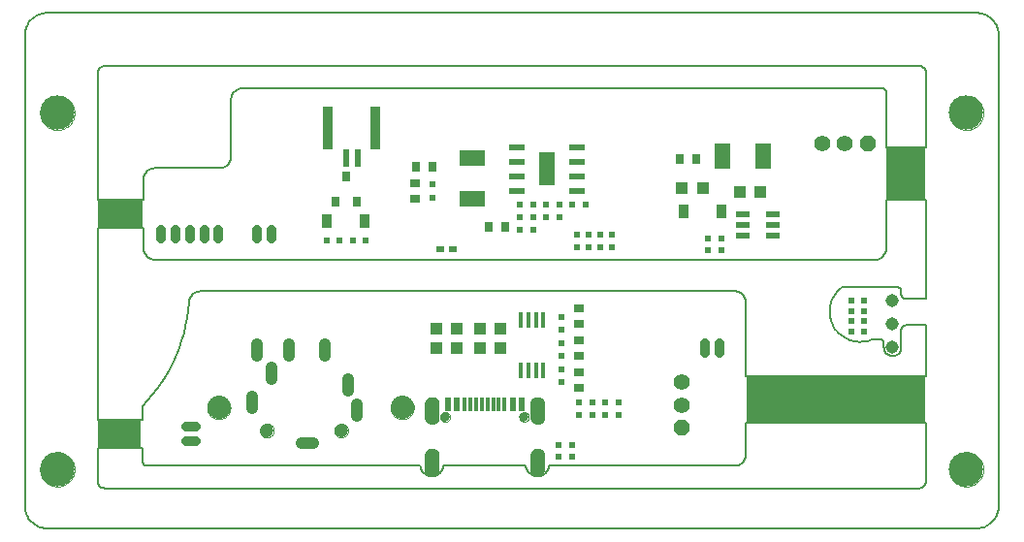
<source format=gts>
G75*
G70*
%OFA0B0*%
%FSLAX24Y24*%
%IPPOS*%
%LPD*%
%AMOC8*
5,1,8,0,0,1.08239X$1,22.5*
%
%ADD10C,0.0050*%
%ADD11C,0.0000*%
%ADD12C,0.1181*%
%ADD13R,0.6150X0.1600*%
%ADD14R,0.1550X0.1000*%
%ADD15R,0.1350X0.1800*%
%ADD16R,0.1500X0.1000*%
%ADD17R,0.0197X0.0220*%
%ADD18R,0.0220X0.0197*%
%ADD19C,0.0450*%
%ADD20R,0.0236X0.0600*%
%ADD21R,0.0350X0.1450*%
%ADD22R,0.0394X0.0433*%
%ADD23R,0.0250X0.0197*%
%ADD24R,0.0472X0.0217*%
%ADD25R,0.0358X0.0480*%
%ADD26R,0.0551X0.0906*%
%ADD27R,0.0157X0.0551*%
%ADD28R,0.0354X0.0250*%
%ADD29R,0.0250X0.0354*%
%ADD30R,0.0315X0.0354*%
%ADD31R,0.0551X0.0236*%
%ADD32R,0.0551X0.1181*%
%ADD33R,0.0906X0.0551*%
%ADD34C,0.0800*%
%ADD35C,0.0472*%
%ADD36C,0.0400*%
%ADD37R,0.0118X0.0450*%
%ADD38R,0.0236X0.0450*%
%ADD39C,0.0330*%
%ADD40C,0.0004*%
%ADD41C,0.0550*%
%ADD42OC8,0.0550*%
%ADD43C,0.0317*%
D10*
X001677Y000927D02*
X033631Y000927D01*
X033630Y000927D02*
X033684Y000929D01*
X033738Y000934D01*
X033791Y000943D01*
X033844Y000956D01*
X033895Y000973D01*
X033945Y000993D01*
X033993Y001017D01*
X034040Y001044D01*
X034085Y001075D01*
X034127Y001108D01*
X034167Y001145D01*
X034204Y001184D01*
X034238Y001226D01*
X034269Y001270D01*
X034297Y001316D01*
X034321Y001364D01*
X034342Y001414D01*
X034360Y001465D01*
X034374Y001517D01*
X034384Y001570D01*
X034390Y001624D01*
X034392Y001677D01*
X034392Y017896D01*
X034392Y017895D02*
X034390Y017949D01*
X034383Y018003D01*
X034373Y018056D01*
X034360Y018108D01*
X034342Y018159D01*
X034321Y018209D01*
X034297Y018257D01*
X034269Y018303D01*
X034237Y018347D01*
X034203Y018388D01*
X034166Y018427D01*
X034126Y018464D01*
X034084Y018497D01*
X034040Y018528D01*
X033993Y018555D01*
X033945Y018578D01*
X033895Y018599D01*
X033843Y018615D01*
X033791Y018628D01*
X033738Y018637D01*
X033684Y018643D01*
X033631Y018644D01*
X001677Y018644D01*
X001624Y018642D01*
X001570Y018637D01*
X001518Y018627D01*
X001466Y018614D01*
X001415Y018597D01*
X001366Y018577D01*
X001318Y018553D01*
X001272Y018526D01*
X001228Y018495D01*
X001186Y018462D01*
X001147Y018425D01*
X001111Y018386D01*
X001077Y018345D01*
X001046Y018301D01*
X001019Y018255D01*
X000995Y018207D01*
X000975Y018158D01*
X000958Y018107D01*
X000944Y018055D01*
X000935Y018003D01*
X000929Y017949D01*
X000927Y017896D01*
X000927Y001677D01*
X000929Y001623D01*
X000935Y001570D01*
X000944Y001518D01*
X000957Y001466D01*
X000974Y001415D01*
X000995Y001365D01*
X001019Y001318D01*
X001046Y001272D01*
X001077Y001228D01*
X001110Y001186D01*
X001147Y001147D01*
X001186Y001110D01*
X001228Y001077D01*
X001272Y001046D01*
X001318Y001019D01*
X001365Y000995D01*
X001415Y000974D01*
X001466Y000957D01*
X001518Y000944D01*
X001570Y000935D01*
X001623Y000929D01*
X001677Y000927D01*
X003677Y002305D02*
X031642Y002305D01*
X031672Y002307D01*
X031702Y002312D01*
X031731Y002321D01*
X031758Y002334D01*
X031784Y002349D01*
X031808Y002368D01*
X031829Y002389D01*
X031848Y002413D01*
X031863Y002439D01*
X031876Y002466D01*
X031885Y002495D01*
X031890Y002525D01*
X031892Y002555D01*
X031892Y004570D01*
X025710Y004570D01*
X025710Y003477D01*
X025708Y003438D01*
X025702Y003399D01*
X025693Y003361D01*
X025680Y003324D01*
X025663Y003288D01*
X025643Y003255D01*
X025619Y003223D01*
X025593Y003194D01*
X025564Y003168D01*
X025532Y003144D01*
X025499Y003124D01*
X025463Y003107D01*
X025426Y003094D01*
X025388Y003085D01*
X025349Y003079D01*
X025310Y003077D01*
X018928Y003077D01*
X018928Y003078D02*
X018923Y003039D01*
X018914Y003001D01*
X018901Y002964D01*
X018885Y002929D01*
X018865Y002895D01*
X018842Y002863D01*
X018816Y002834D01*
X018787Y002808D01*
X018756Y002785D01*
X018722Y002764D01*
X018687Y002748D01*
X018650Y002734D01*
X018613Y002725D01*
X018574Y002719D01*
X018535Y002717D01*
X018496Y002719D01*
X018457Y002725D01*
X018420Y002734D01*
X018383Y002748D01*
X018348Y002764D01*
X018314Y002785D01*
X018283Y002808D01*
X018254Y002834D01*
X018228Y002863D01*
X018205Y002895D01*
X018185Y002929D01*
X018169Y002964D01*
X018156Y003001D01*
X018147Y003039D01*
X018142Y003078D01*
X018141Y003077D02*
X015298Y003077D01*
X015298Y003078D02*
X015293Y003039D01*
X015284Y003001D01*
X015271Y002964D01*
X015255Y002929D01*
X015235Y002895D01*
X015212Y002863D01*
X015186Y002834D01*
X015157Y002808D01*
X015126Y002785D01*
X015092Y002764D01*
X015057Y002748D01*
X015020Y002734D01*
X014983Y002725D01*
X014944Y002719D01*
X014905Y002717D01*
X014866Y002719D01*
X014827Y002725D01*
X014790Y002734D01*
X014753Y002748D01*
X014718Y002764D01*
X014684Y002785D01*
X014653Y002808D01*
X014624Y002834D01*
X014598Y002863D01*
X014575Y002895D01*
X014555Y002929D01*
X014539Y002964D01*
X014526Y003001D01*
X014517Y003039D01*
X014512Y003078D01*
X014511Y003077D02*
X005110Y003077D01*
X005085Y003082D01*
X005062Y003091D01*
X005039Y003103D01*
X005019Y003118D01*
X005001Y003136D01*
X004986Y003156D01*
X004974Y003178D01*
X004965Y003202D01*
X004960Y003227D01*
X004958Y003252D01*
X004960Y003277D01*
X004960Y003683D01*
X003427Y003683D01*
X003427Y002527D01*
X003431Y002499D01*
X003438Y002471D01*
X003448Y002444D01*
X003461Y002419D01*
X003477Y002396D01*
X003496Y002374D01*
X003517Y002355D01*
X003541Y002339D01*
X003566Y002326D01*
X003593Y002316D01*
X003620Y002309D01*
X003648Y002305D01*
X003677Y002305D01*
X003427Y004671D02*
X004960Y004671D01*
X004960Y005127D01*
X003427Y004671D02*
X003427Y011245D01*
X004994Y011245D01*
X004994Y010564D01*
X004996Y010525D01*
X005002Y010486D01*
X005011Y010448D01*
X005024Y010411D01*
X005041Y010375D01*
X005061Y010342D01*
X005085Y010310D01*
X005111Y010281D01*
X005140Y010255D01*
X005172Y010231D01*
X005205Y010211D01*
X005241Y010194D01*
X005278Y010181D01*
X005316Y010172D01*
X005355Y010166D01*
X005394Y010164D01*
X030138Y010164D01*
X030177Y010166D01*
X030216Y010172D01*
X030254Y010181D01*
X030291Y010194D01*
X030327Y010211D01*
X030360Y010231D01*
X030392Y010255D01*
X030421Y010281D01*
X030447Y010310D01*
X030471Y010342D01*
X030491Y010375D01*
X030508Y010411D01*
X030521Y010448D01*
X030530Y010486D01*
X030536Y010525D01*
X030538Y010564D01*
X030538Y012220D01*
X031892Y012220D01*
X031892Y008810D01*
X031192Y008810D01*
X031169Y008814D01*
X031147Y008821D01*
X031126Y008831D01*
X031107Y008844D01*
X031090Y008860D01*
X031076Y008878D01*
X031064Y008898D01*
X031055Y008919D01*
X031049Y008941D01*
X031046Y008964D01*
X031047Y008987D01*
X031046Y008988D02*
X031046Y009050D01*
X031046Y009073D01*
X031042Y009096D01*
X031036Y009118D01*
X031026Y009139D01*
X031014Y009158D01*
X030999Y009175D01*
X030981Y009190D01*
X030962Y009203D01*
X030941Y009212D01*
X030919Y009218D01*
X030896Y009222D01*
X029019Y009222D01*
X028969Y009184D01*
X028921Y009143D01*
X028876Y009099D01*
X028834Y009053D01*
X028794Y009004D01*
X028758Y008952D01*
X028725Y008899D01*
X028695Y008844D01*
X028668Y008787D01*
X028645Y008728D01*
X028626Y008668D01*
X028610Y008607D01*
X028598Y008546D01*
X028589Y008483D01*
X028585Y008420D01*
X028584Y008358D01*
X028587Y008295D01*
X028594Y008232D01*
X028605Y008170D01*
X028619Y008109D01*
X028637Y008049D01*
X028659Y007990D01*
X028684Y007932D01*
X028713Y007876D01*
X028745Y007822D01*
X028780Y007770D01*
X028818Y007720D01*
X028859Y007672D01*
X028904Y007627D01*
X028950Y007585D01*
X028999Y007546D01*
X029051Y007510D01*
X029104Y007477D01*
X029160Y007447D01*
X029217Y007421D01*
X029275Y007398D01*
X029335Y007379D01*
X029396Y007363D01*
X029458Y007351D01*
X029520Y007343D01*
X029583Y007339D01*
X029646Y007338D01*
X029709Y007342D01*
X029771Y007349D01*
X029833Y007360D01*
X029895Y007374D01*
X029955Y007392D01*
X030014Y007414D01*
X030071Y007440D01*
X030267Y007440D01*
X030293Y007438D01*
X030318Y007433D01*
X030342Y007424D01*
X030364Y007411D01*
X030385Y007396D01*
X030403Y007378D01*
X030418Y007357D01*
X030431Y007335D01*
X030440Y007311D01*
X030445Y007286D01*
X030447Y007260D01*
X030447Y007147D01*
X030448Y007147D02*
X030450Y007114D01*
X030455Y007080D01*
X030465Y007048D01*
X030478Y007017D01*
X030494Y006988D01*
X030513Y006961D01*
X030536Y006936D01*
X030561Y006913D01*
X030588Y006894D01*
X030617Y006878D01*
X030648Y006865D01*
X030680Y006855D01*
X030714Y006850D01*
X030747Y006848D01*
X030780Y006850D01*
X030814Y006855D01*
X030846Y006865D01*
X030877Y006878D01*
X030906Y006894D01*
X030933Y006913D01*
X030958Y006936D01*
X030981Y006961D01*
X031000Y006988D01*
X031016Y007017D01*
X031029Y007048D01*
X031039Y007080D01*
X031044Y007114D01*
X031046Y007147D01*
X031046Y007761D01*
X031047Y007761D02*
X031050Y007784D01*
X031057Y007806D01*
X031067Y007827D01*
X031080Y007847D01*
X031095Y007864D01*
X031113Y007879D01*
X031133Y007891D01*
X031154Y007901D01*
X031177Y007907D01*
X031200Y007910D01*
X031223Y007909D01*
X031223Y007910D02*
X031892Y007910D01*
X031892Y006158D01*
X025710Y006158D01*
X025710Y008677D01*
X025708Y008716D01*
X025702Y008755D01*
X025693Y008793D01*
X025680Y008830D01*
X025663Y008866D01*
X025643Y008899D01*
X025619Y008931D01*
X025593Y008960D01*
X025564Y008986D01*
X025532Y009010D01*
X025499Y009030D01*
X025463Y009047D01*
X025426Y009060D01*
X025388Y009069D01*
X025349Y009075D01*
X025310Y009077D01*
X006960Y009077D01*
X006921Y009075D01*
X006882Y009069D01*
X006844Y009060D01*
X006807Y009047D01*
X006771Y009030D01*
X006738Y009010D01*
X006706Y008986D01*
X006677Y008960D01*
X006651Y008931D01*
X006627Y008899D01*
X006607Y008866D01*
X006590Y008830D01*
X006577Y008793D01*
X006568Y008755D01*
X006562Y008716D01*
X006560Y008677D01*
X006534Y008413D01*
X006496Y008151D01*
X006446Y007891D01*
X006384Y007633D01*
X006310Y007379D01*
X006224Y007129D01*
X006126Y006882D01*
X006017Y006641D01*
X005897Y006404D01*
X005767Y006174D01*
X005625Y005950D01*
X005473Y005733D01*
X005312Y005523D01*
X005141Y005321D01*
X004960Y005127D01*
X004994Y012233D02*
X003427Y012233D01*
X003427Y016586D01*
X003429Y016616D01*
X003434Y016646D01*
X003443Y016675D01*
X003456Y016702D01*
X003471Y016728D01*
X003490Y016752D01*
X003511Y016773D01*
X003535Y016792D01*
X003561Y016807D01*
X003588Y016820D01*
X003617Y016829D01*
X003647Y016834D01*
X003677Y016836D01*
X031642Y016836D01*
X031672Y016834D01*
X031702Y016829D01*
X031731Y016820D01*
X031758Y016807D01*
X031784Y016792D01*
X031808Y016773D01*
X031829Y016752D01*
X031848Y016728D01*
X031863Y016702D01*
X031876Y016675D01*
X031885Y016646D01*
X031890Y016616D01*
X031892Y016586D01*
X031892Y014008D01*
X030538Y014008D01*
X030538Y015914D01*
X030536Y015937D01*
X030531Y015960D01*
X030522Y015982D01*
X030509Y016002D01*
X030494Y016020D01*
X030476Y016035D01*
X030456Y016048D01*
X030434Y016057D01*
X030411Y016062D01*
X030388Y016064D01*
X008410Y016064D01*
X008371Y016062D01*
X008332Y016056D01*
X008294Y016047D01*
X008257Y016034D01*
X008221Y016017D01*
X008188Y015997D01*
X008156Y015973D01*
X008127Y015947D01*
X008101Y015918D01*
X008077Y015886D01*
X008057Y015853D01*
X008040Y015817D01*
X008027Y015780D01*
X008018Y015742D01*
X008012Y015703D01*
X008010Y015664D01*
X008010Y013714D01*
X008008Y013675D01*
X008002Y013636D01*
X007993Y013598D01*
X007980Y013561D01*
X007963Y013525D01*
X007943Y013492D01*
X007919Y013460D01*
X007893Y013431D01*
X007864Y013405D01*
X007832Y013381D01*
X007799Y013361D01*
X007763Y013344D01*
X007726Y013331D01*
X007688Y013322D01*
X007649Y013316D01*
X007610Y013314D01*
X005394Y013314D01*
X005355Y013312D01*
X005316Y013306D01*
X005278Y013297D01*
X005241Y013284D01*
X005205Y013267D01*
X005172Y013247D01*
X005140Y013223D01*
X005111Y013197D01*
X005085Y013168D01*
X005061Y013136D01*
X005041Y013103D01*
X005024Y013067D01*
X005011Y013030D01*
X005002Y012992D01*
X004996Y012953D01*
X004994Y012914D01*
X004994Y012233D01*
D11*
X001440Y015215D02*
X001442Y015263D01*
X001448Y015311D01*
X001458Y015358D01*
X001471Y015404D01*
X001489Y015449D01*
X001509Y015493D01*
X001534Y015535D01*
X001562Y015574D01*
X001592Y015611D01*
X001626Y015645D01*
X001663Y015677D01*
X001701Y015706D01*
X001742Y015731D01*
X001785Y015753D01*
X001830Y015771D01*
X001876Y015785D01*
X001923Y015796D01*
X001971Y015803D01*
X002019Y015806D01*
X002067Y015805D01*
X002115Y015800D01*
X002163Y015791D01*
X002209Y015779D01*
X002254Y015762D01*
X002298Y015742D01*
X002340Y015719D01*
X002380Y015692D01*
X002418Y015662D01*
X002453Y015629D01*
X002485Y015593D01*
X002515Y015555D01*
X002541Y015514D01*
X002563Y015471D01*
X002583Y015427D01*
X002598Y015382D01*
X002610Y015335D01*
X002618Y015287D01*
X002622Y015239D01*
X002622Y015191D01*
X002618Y015143D01*
X002610Y015095D01*
X002598Y015048D01*
X002583Y015003D01*
X002563Y014959D01*
X002541Y014916D01*
X002515Y014875D01*
X002485Y014837D01*
X002453Y014801D01*
X002418Y014768D01*
X002380Y014738D01*
X002340Y014711D01*
X002298Y014688D01*
X002254Y014668D01*
X002209Y014651D01*
X002163Y014639D01*
X002115Y014630D01*
X002067Y014625D01*
X002019Y014624D01*
X001971Y014627D01*
X001923Y014634D01*
X001876Y014645D01*
X001830Y014659D01*
X001785Y014677D01*
X001742Y014699D01*
X001701Y014724D01*
X001663Y014753D01*
X001626Y014785D01*
X001592Y014819D01*
X001562Y014856D01*
X001534Y014895D01*
X001509Y014937D01*
X001489Y014981D01*
X001471Y015026D01*
X001458Y015072D01*
X001448Y015119D01*
X001442Y015167D01*
X001440Y015215D01*
X007182Y005080D02*
X007184Y005120D01*
X007190Y005159D01*
X007200Y005198D01*
X007213Y005235D01*
X007231Y005271D01*
X007252Y005305D01*
X007276Y005337D01*
X007303Y005366D01*
X007333Y005393D01*
X007365Y005416D01*
X007400Y005436D01*
X007436Y005452D01*
X007474Y005465D01*
X007513Y005474D01*
X007552Y005479D01*
X007592Y005480D01*
X007632Y005477D01*
X007671Y005470D01*
X007709Y005459D01*
X007747Y005445D01*
X007782Y005426D01*
X007815Y005405D01*
X007847Y005380D01*
X007875Y005352D01*
X007901Y005322D01*
X007923Y005289D01*
X007942Y005254D01*
X007958Y005217D01*
X007970Y005179D01*
X007978Y005140D01*
X007982Y005100D01*
X007982Y005060D01*
X007978Y005020D01*
X007970Y004981D01*
X007958Y004943D01*
X007942Y004906D01*
X007923Y004871D01*
X007901Y004838D01*
X007875Y004808D01*
X007847Y004780D01*
X007815Y004755D01*
X007782Y004734D01*
X007747Y004715D01*
X007709Y004701D01*
X007671Y004690D01*
X007632Y004683D01*
X007592Y004680D01*
X007552Y004681D01*
X007513Y004686D01*
X007474Y004695D01*
X007436Y004708D01*
X007400Y004724D01*
X007365Y004744D01*
X007333Y004767D01*
X007303Y004794D01*
X007276Y004823D01*
X007252Y004855D01*
X007231Y004889D01*
X007213Y004925D01*
X007200Y004962D01*
X007190Y005001D01*
X007184Y005040D01*
X007182Y005080D01*
X009001Y004288D02*
X009003Y004318D01*
X009009Y004348D01*
X009018Y004377D01*
X009031Y004404D01*
X009048Y004429D01*
X009067Y004452D01*
X009090Y004473D01*
X009115Y004490D01*
X009141Y004504D01*
X009170Y004514D01*
X009199Y004521D01*
X009229Y004524D01*
X009260Y004523D01*
X009290Y004518D01*
X009319Y004509D01*
X009346Y004497D01*
X009372Y004482D01*
X009396Y004463D01*
X009417Y004441D01*
X009435Y004417D01*
X009450Y004390D01*
X009461Y004362D01*
X009469Y004333D01*
X009473Y004303D01*
X009473Y004273D01*
X009469Y004243D01*
X009461Y004214D01*
X009450Y004186D01*
X009435Y004159D01*
X009417Y004135D01*
X009396Y004113D01*
X009372Y004094D01*
X009346Y004079D01*
X009319Y004067D01*
X009290Y004058D01*
X009260Y004053D01*
X009229Y004052D01*
X009199Y004055D01*
X009170Y004062D01*
X009141Y004072D01*
X009115Y004086D01*
X009090Y004103D01*
X009067Y004124D01*
X009048Y004147D01*
X009031Y004172D01*
X009018Y004199D01*
X009009Y004228D01*
X009003Y004258D01*
X009001Y004288D01*
X011560Y004288D02*
X011562Y004318D01*
X011568Y004348D01*
X011577Y004377D01*
X011590Y004404D01*
X011607Y004429D01*
X011626Y004452D01*
X011649Y004473D01*
X011674Y004490D01*
X011700Y004504D01*
X011729Y004514D01*
X011758Y004521D01*
X011788Y004524D01*
X011819Y004523D01*
X011849Y004518D01*
X011878Y004509D01*
X011905Y004497D01*
X011931Y004482D01*
X011955Y004463D01*
X011976Y004441D01*
X011994Y004417D01*
X012009Y004390D01*
X012020Y004362D01*
X012028Y004333D01*
X012032Y004303D01*
X012032Y004273D01*
X012028Y004243D01*
X012020Y004214D01*
X012009Y004186D01*
X011994Y004159D01*
X011976Y004135D01*
X011955Y004113D01*
X011931Y004094D01*
X011905Y004079D01*
X011878Y004067D01*
X011849Y004058D01*
X011819Y004053D01*
X011788Y004052D01*
X011758Y004055D01*
X011729Y004062D01*
X011700Y004072D01*
X011674Y004086D01*
X011649Y004103D01*
X011626Y004124D01*
X011607Y004147D01*
X011590Y004172D01*
X011577Y004199D01*
X011568Y004228D01*
X011562Y004258D01*
X011560Y004288D01*
X013487Y005080D02*
X013489Y005120D01*
X013495Y005159D01*
X013505Y005198D01*
X013518Y005235D01*
X013536Y005271D01*
X013557Y005305D01*
X013581Y005337D01*
X013608Y005366D01*
X013638Y005393D01*
X013670Y005416D01*
X013705Y005436D01*
X013741Y005452D01*
X013779Y005465D01*
X013818Y005474D01*
X013857Y005479D01*
X013897Y005480D01*
X013937Y005477D01*
X013976Y005470D01*
X014014Y005459D01*
X014052Y005445D01*
X014087Y005426D01*
X014120Y005405D01*
X014152Y005380D01*
X014180Y005352D01*
X014206Y005322D01*
X014228Y005289D01*
X014247Y005254D01*
X014263Y005217D01*
X014275Y005179D01*
X014283Y005140D01*
X014287Y005100D01*
X014287Y005060D01*
X014283Y005020D01*
X014275Y004981D01*
X014263Y004943D01*
X014247Y004906D01*
X014228Y004871D01*
X014206Y004838D01*
X014180Y004808D01*
X014152Y004780D01*
X014120Y004755D01*
X014087Y004734D01*
X014052Y004715D01*
X014014Y004701D01*
X013976Y004690D01*
X013937Y004683D01*
X013897Y004680D01*
X013857Y004681D01*
X013818Y004686D01*
X013779Y004695D01*
X013741Y004708D01*
X013705Y004724D01*
X013670Y004744D01*
X013638Y004767D01*
X013608Y004794D01*
X013581Y004823D01*
X013557Y004855D01*
X013536Y004889D01*
X013518Y004925D01*
X013505Y004962D01*
X013495Y005001D01*
X013489Y005040D01*
X013487Y005080D01*
X015196Y004757D02*
X015198Y004782D01*
X015204Y004807D01*
X015213Y004830D01*
X015226Y004852D01*
X015242Y004871D01*
X015261Y004888D01*
X015282Y004902D01*
X015305Y004912D01*
X015330Y004919D01*
X015355Y004922D01*
X015380Y004921D01*
X015405Y004916D01*
X015428Y004908D01*
X015451Y004895D01*
X015471Y004880D01*
X015488Y004862D01*
X015503Y004841D01*
X015514Y004819D01*
X015522Y004795D01*
X015526Y004770D01*
X015526Y004744D01*
X015522Y004719D01*
X015514Y004695D01*
X015503Y004673D01*
X015488Y004652D01*
X015471Y004634D01*
X015451Y004619D01*
X015428Y004606D01*
X015405Y004598D01*
X015380Y004593D01*
X015355Y004592D01*
X015330Y004595D01*
X015305Y004602D01*
X015282Y004612D01*
X015261Y004626D01*
X015242Y004643D01*
X015226Y004662D01*
X015213Y004684D01*
X015204Y004707D01*
X015198Y004732D01*
X015196Y004757D01*
X017913Y004757D02*
X017915Y004782D01*
X017921Y004807D01*
X017930Y004830D01*
X017943Y004852D01*
X017959Y004871D01*
X017978Y004888D01*
X017999Y004902D01*
X018022Y004912D01*
X018047Y004919D01*
X018072Y004922D01*
X018097Y004921D01*
X018122Y004916D01*
X018145Y004908D01*
X018168Y004895D01*
X018188Y004880D01*
X018205Y004862D01*
X018220Y004841D01*
X018231Y004819D01*
X018239Y004795D01*
X018243Y004770D01*
X018243Y004744D01*
X018239Y004719D01*
X018231Y004695D01*
X018220Y004673D01*
X018205Y004652D01*
X018188Y004634D01*
X018168Y004619D01*
X018145Y004606D01*
X018122Y004598D01*
X018097Y004593D01*
X018072Y004592D01*
X018047Y004595D01*
X018022Y004602D01*
X017999Y004612D01*
X017978Y004626D01*
X017959Y004643D01*
X017943Y004662D01*
X017930Y004684D01*
X017921Y004707D01*
X017915Y004732D01*
X017913Y004757D01*
X032687Y002959D02*
X032689Y003007D01*
X032695Y003055D01*
X032705Y003102D01*
X032718Y003148D01*
X032736Y003193D01*
X032756Y003237D01*
X032781Y003279D01*
X032809Y003318D01*
X032839Y003355D01*
X032873Y003389D01*
X032910Y003421D01*
X032948Y003450D01*
X032989Y003475D01*
X033032Y003497D01*
X033077Y003515D01*
X033123Y003529D01*
X033170Y003540D01*
X033218Y003547D01*
X033266Y003550D01*
X033314Y003549D01*
X033362Y003544D01*
X033410Y003535D01*
X033456Y003523D01*
X033501Y003506D01*
X033545Y003486D01*
X033587Y003463D01*
X033627Y003436D01*
X033665Y003406D01*
X033700Y003373D01*
X033732Y003337D01*
X033762Y003299D01*
X033788Y003258D01*
X033810Y003215D01*
X033830Y003171D01*
X033845Y003126D01*
X033857Y003079D01*
X033865Y003031D01*
X033869Y002983D01*
X033869Y002935D01*
X033865Y002887D01*
X033857Y002839D01*
X033845Y002792D01*
X033830Y002747D01*
X033810Y002703D01*
X033788Y002660D01*
X033762Y002619D01*
X033732Y002581D01*
X033700Y002545D01*
X033665Y002512D01*
X033627Y002482D01*
X033587Y002455D01*
X033545Y002432D01*
X033501Y002412D01*
X033456Y002395D01*
X033410Y002383D01*
X033362Y002374D01*
X033314Y002369D01*
X033266Y002368D01*
X033218Y002371D01*
X033170Y002378D01*
X033123Y002389D01*
X033077Y002403D01*
X033032Y002421D01*
X032989Y002443D01*
X032948Y002468D01*
X032910Y002497D01*
X032873Y002529D01*
X032839Y002563D01*
X032809Y002600D01*
X032781Y002639D01*
X032756Y002681D01*
X032736Y002725D01*
X032718Y002770D01*
X032705Y002816D01*
X032695Y002863D01*
X032689Y002911D01*
X032687Y002959D01*
X032687Y015215D02*
X032689Y015263D01*
X032695Y015311D01*
X032705Y015358D01*
X032718Y015404D01*
X032736Y015449D01*
X032756Y015493D01*
X032781Y015535D01*
X032809Y015574D01*
X032839Y015611D01*
X032873Y015645D01*
X032910Y015677D01*
X032948Y015706D01*
X032989Y015731D01*
X033032Y015753D01*
X033077Y015771D01*
X033123Y015785D01*
X033170Y015796D01*
X033218Y015803D01*
X033266Y015806D01*
X033314Y015805D01*
X033362Y015800D01*
X033410Y015791D01*
X033456Y015779D01*
X033501Y015762D01*
X033545Y015742D01*
X033587Y015719D01*
X033627Y015692D01*
X033665Y015662D01*
X033700Y015629D01*
X033732Y015593D01*
X033762Y015555D01*
X033788Y015514D01*
X033810Y015471D01*
X033830Y015427D01*
X033845Y015382D01*
X033857Y015335D01*
X033865Y015287D01*
X033869Y015239D01*
X033869Y015191D01*
X033865Y015143D01*
X033857Y015095D01*
X033845Y015048D01*
X033830Y015003D01*
X033810Y014959D01*
X033788Y014916D01*
X033762Y014875D01*
X033732Y014837D01*
X033700Y014801D01*
X033665Y014768D01*
X033627Y014738D01*
X033587Y014711D01*
X033545Y014688D01*
X033501Y014668D01*
X033456Y014651D01*
X033410Y014639D01*
X033362Y014630D01*
X033314Y014625D01*
X033266Y014624D01*
X033218Y014627D01*
X033170Y014634D01*
X033123Y014645D01*
X033077Y014659D01*
X033032Y014677D01*
X032989Y014699D01*
X032948Y014724D01*
X032910Y014753D01*
X032873Y014785D01*
X032839Y014819D01*
X032809Y014856D01*
X032781Y014895D01*
X032756Y014937D01*
X032736Y014981D01*
X032718Y015026D01*
X032705Y015072D01*
X032695Y015119D01*
X032689Y015167D01*
X032687Y015215D01*
X001440Y002959D02*
X001442Y003007D01*
X001448Y003055D01*
X001458Y003102D01*
X001471Y003148D01*
X001489Y003193D01*
X001509Y003237D01*
X001534Y003279D01*
X001562Y003318D01*
X001592Y003355D01*
X001626Y003389D01*
X001663Y003421D01*
X001701Y003450D01*
X001742Y003475D01*
X001785Y003497D01*
X001830Y003515D01*
X001876Y003529D01*
X001923Y003540D01*
X001971Y003547D01*
X002019Y003550D01*
X002067Y003549D01*
X002115Y003544D01*
X002163Y003535D01*
X002209Y003523D01*
X002254Y003506D01*
X002298Y003486D01*
X002340Y003463D01*
X002380Y003436D01*
X002418Y003406D01*
X002453Y003373D01*
X002485Y003337D01*
X002515Y003299D01*
X002541Y003258D01*
X002563Y003215D01*
X002583Y003171D01*
X002598Y003126D01*
X002610Y003079D01*
X002618Y003031D01*
X002622Y002983D01*
X002622Y002935D01*
X002618Y002887D01*
X002610Y002839D01*
X002598Y002792D01*
X002583Y002747D01*
X002563Y002703D01*
X002541Y002660D01*
X002515Y002619D01*
X002485Y002581D01*
X002453Y002545D01*
X002418Y002512D01*
X002380Y002482D01*
X002340Y002455D01*
X002298Y002432D01*
X002254Y002412D01*
X002209Y002395D01*
X002163Y002383D01*
X002115Y002374D01*
X002067Y002369D01*
X002019Y002368D01*
X001971Y002371D01*
X001923Y002378D01*
X001876Y002389D01*
X001830Y002403D01*
X001785Y002421D01*
X001742Y002443D01*
X001701Y002468D01*
X001663Y002497D01*
X001626Y002529D01*
X001592Y002563D01*
X001562Y002600D01*
X001534Y002639D01*
X001509Y002681D01*
X001489Y002725D01*
X001471Y002770D01*
X001458Y002816D01*
X001448Y002863D01*
X001442Y002911D01*
X001440Y002959D01*
D12*
X002031Y002959D03*
X002031Y015215D03*
X033278Y015215D03*
X033278Y002959D03*
D13*
X028802Y005377D03*
D14*
X004202Y011727D03*
D15*
X031202Y013127D03*
D16*
X004177Y004177D03*
D17*
X014944Y012305D03*
X014944Y012752D03*
X019884Y011038D03*
X020284Y011038D03*
X020684Y011038D03*
X021084Y011038D03*
X021084Y010592D03*
X020684Y010592D03*
X020284Y010592D03*
X019884Y010592D03*
X019358Y008195D03*
X019358Y007749D03*
X019358Y007295D03*
X019358Y006849D03*
X019358Y006405D03*
X019358Y005958D03*
D18*
X019974Y005249D03*
X020421Y005249D03*
X020421Y004823D03*
X019974Y004823D03*
X020868Y004823D03*
X021315Y004823D03*
X021315Y005249D03*
X020868Y005249D03*
X019724Y003789D03*
X019278Y003789D03*
X019278Y003379D03*
X019724Y003379D03*
X029323Y007682D03*
X029770Y007682D03*
X029770Y008042D03*
X029770Y008402D03*
X029323Y008402D03*
X029323Y008042D03*
X029323Y008762D03*
X029770Y008762D03*
X024859Y010477D03*
X024412Y010477D03*
X024412Y010888D03*
X024859Y010888D03*
X020189Y012047D03*
X019742Y012047D03*
X019289Y012047D03*
X018842Y012047D03*
X018389Y012047D03*
X018389Y011616D03*
X018842Y011616D03*
X019289Y011616D03*
X018389Y011190D03*
X017942Y011190D03*
X017942Y011616D03*
X017942Y012047D03*
X012628Y010827D03*
X012182Y010827D03*
X011728Y010827D03*
X011282Y010827D03*
D19*
X030746Y008752D03*
X030746Y007952D03*
X030746Y007152D03*
D20*
X012353Y013647D03*
X011959Y013647D03*
D21*
X011347Y014692D03*
X012964Y014692D03*
D22*
X023509Y012627D03*
X024219Y012627D03*
X025493Y012477D03*
X026203Y012477D03*
X017262Y007780D03*
X016553Y007780D03*
X015762Y007781D03*
X015053Y007781D03*
X015053Y007130D03*
X015762Y007130D03*
X016553Y007130D03*
X017262Y007130D03*
D23*
X015645Y010512D03*
X015205Y010512D03*
D24*
X025610Y010988D03*
X025610Y011362D03*
X025610Y011736D03*
X026634Y011736D03*
X026634Y011362D03*
X026634Y010988D03*
D25*
X024859Y011827D03*
X023569Y011827D03*
X012600Y011477D03*
X011310Y011477D03*
D26*
X024887Y013712D03*
X026284Y013712D03*
D27*
X018742Y008080D03*
X018486Y008080D03*
X018230Y008080D03*
X017974Y008080D03*
X017974Y006347D03*
X018230Y006347D03*
X018486Y006347D03*
X018742Y006347D03*
D28*
X019970Y006301D03*
X019970Y005754D03*
X019972Y006854D03*
X019972Y007401D03*
X019972Y007954D03*
X019972Y008501D03*
X014341Y012255D03*
X014341Y012802D03*
D29*
X014369Y013355D03*
X014915Y013355D03*
X016872Y011289D03*
X017418Y011289D03*
X023441Y013612D03*
X023988Y013612D03*
D30*
X012329Y012154D03*
X011581Y012154D03*
X011955Y013010D03*
D31*
X017822Y013038D03*
X017822Y012538D03*
X017822Y013538D03*
X017822Y014038D03*
X019909Y014038D03*
X019909Y013538D03*
X019909Y013038D03*
X019909Y012538D03*
D32*
X018866Y013288D03*
D33*
X016292Y013660D03*
X016292Y012262D03*
D34*
X013887Y005080D03*
X007582Y005080D03*
D35*
X009237Y004288D03*
X011796Y004288D03*
D36*
X012347Y004797D02*
X012347Y005197D01*
X012033Y005663D02*
X012033Y006063D01*
X011245Y006844D02*
X011245Y007244D01*
X009985Y007244D02*
X009985Y006844D01*
X009395Y006457D02*
X009395Y006057D01*
X008725Y005473D02*
X008725Y005073D01*
X010415Y003855D02*
X010815Y003855D01*
X008883Y006844D02*
X008883Y007244D01*
D37*
X016031Y005203D03*
X016228Y005203D03*
X016424Y005203D03*
X016621Y005203D03*
X016818Y005203D03*
X017015Y005203D03*
X017212Y005203D03*
X017409Y005203D03*
D38*
X017684Y005203D03*
X017989Y005203D03*
X015755Y005203D03*
X015450Y005203D03*
D39*
X015361Y004757D03*
X018078Y004757D03*
D40*
X018299Y004756D02*
X018772Y004756D01*
X018772Y004754D02*
X018299Y004754D01*
X018299Y004751D02*
X018772Y004751D01*
X018772Y004749D02*
X018299Y004749D01*
X018299Y004747D02*
X018772Y004747D01*
X018772Y004744D02*
X018299Y004744D01*
X018299Y004742D02*
X018772Y004742D01*
X018772Y004740D02*
X018764Y004690D01*
X018745Y004643D01*
X018716Y004601D01*
X018678Y004567D01*
X018634Y004543D01*
X018586Y004528D01*
X018535Y004525D01*
X018485Y004528D01*
X018437Y004543D01*
X018393Y004567D01*
X018355Y004601D01*
X018326Y004643D01*
X018307Y004690D01*
X018299Y004740D01*
X018299Y005212D01*
X018305Y005256D01*
X018765Y005256D01*
X018765Y005258D02*
X018306Y005258D01*
X018305Y005256D02*
X018320Y005298D01*
X018342Y005337D01*
X018372Y005370D01*
X018408Y005397D01*
X018660Y005397D01*
X018656Y005400D02*
X018413Y005400D01*
X018418Y005402D02*
X018652Y005402D01*
X018648Y005405D02*
X018423Y005405D01*
X018428Y005407D02*
X018643Y005407D01*
X018639Y005410D02*
X018433Y005410D01*
X018438Y005412D02*
X018635Y005412D01*
X018679Y005386D01*
X018717Y005352D01*
X018745Y005310D01*
X018764Y005262D01*
X018772Y005212D01*
X018772Y004740D01*
X018772Y004739D02*
X018299Y004739D01*
X018300Y004737D02*
X018771Y004737D01*
X018771Y004734D02*
X018300Y004734D01*
X018300Y004732D02*
X018770Y004732D01*
X018770Y004730D02*
X018301Y004730D01*
X018301Y004727D02*
X018770Y004727D01*
X018769Y004725D02*
X018302Y004725D01*
X018302Y004722D02*
X018769Y004722D01*
X018768Y004720D02*
X018302Y004720D01*
X018303Y004717D02*
X018768Y004717D01*
X018768Y004715D02*
X018303Y004715D01*
X018304Y004712D02*
X018767Y004712D01*
X018767Y004710D02*
X018304Y004710D01*
X018304Y004708D02*
X018766Y004708D01*
X018766Y004705D02*
X018305Y004705D01*
X018305Y004703D02*
X018766Y004703D01*
X018765Y004700D02*
X018306Y004700D01*
X018306Y004698D02*
X018765Y004698D01*
X018765Y004695D02*
X018306Y004695D01*
X018307Y004693D02*
X018764Y004693D01*
X018764Y004691D02*
X018307Y004691D01*
X018308Y004688D02*
X018763Y004688D01*
X018762Y004686D02*
X018309Y004686D01*
X018310Y004683D02*
X018761Y004683D01*
X018760Y004681D02*
X018311Y004681D01*
X018312Y004678D02*
X018759Y004678D01*
X018758Y004676D02*
X018313Y004676D01*
X018314Y004673D02*
X018757Y004673D01*
X018756Y004671D02*
X018315Y004671D01*
X018316Y004669D02*
X018755Y004669D01*
X018754Y004666D02*
X018317Y004666D01*
X018318Y004664D02*
X018753Y004664D01*
X018752Y004661D02*
X018319Y004661D01*
X018320Y004659D02*
X018751Y004659D01*
X018750Y004656D02*
X018321Y004656D01*
X018322Y004654D02*
X018749Y004654D01*
X018748Y004652D02*
X018323Y004652D01*
X018324Y004649D02*
X018747Y004649D01*
X018746Y004647D02*
X018325Y004647D01*
X018326Y004644D02*
X018745Y004644D01*
X018744Y004642D02*
X018327Y004642D01*
X018329Y004639D02*
X018742Y004639D01*
X018740Y004637D02*
X018330Y004637D01*
X018332Y004634D02*
X018739Y004634D01*
X018737Y004632D02*
X018334Y004632D01*
X018336Y004630D02*
X018735Y004630D01*
X018734Y004627D02*
X018337Y004627D01*
X018339Y004625D02*
X018732Y004625D01*
X018730Y004622D02*
X018341Y004622D01*
X018342Y004620D02*
X018729Y004620D01*
X018727Y004617D02*
X018344Y004617D01*
X018346Y004615D02*
X018725Y004615D01*
X018723Y004613D02*
X018347Y004613D01*
X018349Y004610D02*
X018722Y004610D01*
X018720Y004608D02*
X018351Y004608D01*
X018353Y004605D02*
X018718Y004605D01*
X018717Y004603D02*
X018354Y004603D01*
X018356Y004600D02*
X018715Y004600D01*
X018712Y004598D02*
X018359Y004598D01*
X018362Y004595D02*
X018709Y004595D01*
X018706Y004593D02*
X018364Y004593D01*
X018367Y004591D02*
X018704Y004591D01*
X018701Y004588D02*
X018370Y004588D01*
X018372Y004586D02*
X018698Y004586D01*
X018696Y004583D02*
X018375Y004583D01*
X018378Y004581D02*
X018693Y004581D01*
X018690Y004578D02*
X018380Y004578D01*
X018383Y004576D02*
X018688Y004576D01*
X018685Y004574D02*
X018386Y004574D01*
X018389Y004571D02*
X018682Y004571D01*
X018680Y004569D02*
X018391Y004569D01*
X018395Y004566D02*
X018676Y004566D01*
X018672Y004564D02*
X018399Y004564D01*
X018403Y004561D02*
X018667Y004561D01*
X018663Y004559D02*
X018408Y004559D01*
X018412Y004556D02*
X018659Y004556D01*
X018654Y004554D02*
X018416Y004554D01*
X018421Y004552D02*
X018650Y004552D01*
X018646Y004549D02*
X018425Y004549D01*
X018429Y004547D02*
X018642Y004547D01*
X018637Y004544D02*
X018434Y004544D01*
X018439Y004542D02*
X018632Y004542D01*
X018623Y004539D02*
X018448Y004539D01*
X018456Y004537D02*
X018615Y004537D01*
X018607Y004535D02*
X018464Y004535D01*
X018472Y004532D02*
X018599Y004532D01*
X018591Y004530D02*
X018480Y004530D01*
X018501Y004527D02*
X018569Y004527D01*
X018772Y004759D02*
X018299Y004759D01*
X018299Y004761D02*
X018772Y004761D01*
X018772Y004764D02*
X018299Y004764D01*
X018299Y004766D02*
X018772Y004766D01*
X018772Y004769D02*
X018299Y004769D01*
X018299Y004771D02*
X018772Y004771D01*
X018772Y004773D02*
X018299Y004773D01*
X018299Y004776D02*
X018772Y004776D01*
X018772Y004778D02*
X018299Y004778D01*
X018299Y004781D02*
X018772Y004781D01*
X018772Y004783D02*
X018299Y004783D01*
X018299Y004786D02*
X018772Y004786D01*
X018772Y004788D02*
X018299Y004788D01*
X018299Y004790D02*
X018772Y004790D01*
X018772Y004793D02*
X018299Y004793D01*
X018299Y004795D02*
X018772Y004795D01*
X018772Y004798D02*
X018299Y004798D01*
X018299Y004800D02*
X018772Y004800D01*
X018772Y004803D02*
X018299Y004803D01*
X018299Y004805D02*
X018772Y004805D01*
X018772Y004808D02*
X018299Y004808D01*
X018299Y004810D02*
X018772Y004810D01*
X018772Y004812D02*
X018299Y004812D01*
X018299Y004815D02*
X018772Y004815D01*
X018772Y004817D02*
X018299Y004817D01*
X018299Y004820D02*
X018772Y004820D01*
X018772Y004822D02*
X018299Y004822D01*
X018299Y004825D02*
X018772Y004825D01*
X018772Y004827D02*
X018299Y004827D01*
X018299Y004829D02*
X018772Y004829D01*
X018772Y004832D02*
X018299Y004832D01*
X018299Y004834D02*
X018772Y004834D01*
X018772Y004837D02*
X018299Y004837D01*
X018299Y004839D02*
X018772Y004839D01*
X018772Y004842D02*
X018299Y004842D01*
X018299Y004844D02*
X018772Y004844D01*
X018772Y004847D02*
X018299Y004847D01*
X018299Y004849D02*
X018772Y004849D01*
X018772Y004851D02*
X018299Y004851D01*
X018299Y004854D02*
X018772Y004854D01*
X018772Y004856D02*
X018299Y004856D01*
X018299Y004859D02*
X018772Y004859D01*
X018772Y004861D02*
X018299Y004861D01*
X018299Y004864D02*
X018772Y004864D01*
X018772Y004866D02*
X018299Y004866D01*
X018299Y004868D02*
X018772Y004868D01*
X018772Y004871D02*
X018299Y004871D01*
X018299Y004873D02*
X018772Y004873D01*
X018772Y004876D02*
X018299Y004876D01*
X018299Y004878D02*
X018772Y004878D01*
X018772Y004881D02*
X018299Y004881D01*
X018299Y004883D02*
X018772Y004883D01*
X018772Y004886D02*
X018299Y004886D01*
X018299Y004888D02*
X018772Y004888D01*
X018772Y004890D02*
X018299Y004890D01*
X018299Y004893D02*
X018772Y004893D01*
X018772Y004895D02*
X018299Y004895D01*
X018299Y004898D02*
X018772Y004898D01*
X018772Y004900D02*
X018299Y004900D01*
X018299Y004903D02*
X018772Y004903D01*
X018772Y004905D02*
X018299Y004905D01*
X018299Y004907D02*
X018772Y004907D01*
X018772Y004910D02*
X018299Y004910D01*
X018299Y004912D02*
X018772Y004912D01*
X018772Y004915D02*
X018299Y004915D01*
X018299Y004917D02*
X018772Y004917D01*
X018772Y004920D02*
X018299Y004920D01*
X018299Y004922D02*
X018772Y004922D01*
X018772Y004924D02*
X018299Y004924D01*
X018299Y004927D02*
X018772Y004927D01*
X018772Y004929D02*
X018299Y004929D01*
X018299Y004932D02*
X018772Y004932D01*
X018772Y004934D02*
X018299Y004934D01*
X018299Y004937D02*
X018772Y004937D01*
X018772Y004939D02*
X018299Y004939D01*
X018299Y004942D02*
X018772Y004942D01*
X018772Y004944D02*
X018299Y004944D01*
X018299Y004946D02*
X018772Y004946D01*
X018772Y004949D02*
X018299Y004949D01*
X018299Y004951D02*
X018772Y004951D01*
X018772Y004954D02*
X018299Y004954D01*
X018299Y004956D02*
X018772Y004956D01*
X018772Y004959D02*
X018299Y004959D01*
X018299Y004961D02*
X018772Y004961D01*
X018772Y004963D02*
X018299Y004963D01*
X018299Y004966D02*
X018772Y004966D01*
X018772Y004968D02*
X018299Y004968D01*
X018299Y004971D02*
X018772Y004971D01*
X018772Y004973D02*
X018299Y004973D01*
X018299Y004976D02*
X018772Y004976D01*
X018772Y004978D02*
X018299Y004978D01*
X018299Y004981D02*
X018772Y004981D01*
X018772Y004983D02*
X018299Y004983D01*
X018299Y004985D02*
X018772Y004985D01*
X018772Y004988D02*
X018299Y004988D01*
X018299Y004990D02*
X018772Y004990D01*
X018772Y004993D02*
X018299Y004993D01*
X018299Y004995D02*
X018772Y004995D01*
X018772Y004998D02*
X018299Y004998D01*
X018299Y005000D02*
X018772Y005000D01*
X018772Y005002D02*
X018299Y005002D01*
X018299Y005005D02*
X018772Y005005D01*
X018772Y005007D02*
X018299Y005007D01*
X018299Y005010D02*
X018772Y005010D01*
X018772Y005012D02*
X018299Y005012D01*
X018299Y005015D02*
X018772Y005015D01*
X018772Y005017D02*
X018299Y005017D01*
X018299Y005020D02*
X018772Y005020D01*
X018772Y005022D02*
X018299Y005022D01*
X018299Y005024D02*
X018772Y005024D01*
X018772Y005027D02*
X018299Y005027D01*
X018299Y005029D02*
X018772Y005029D01*
X018772Y005032D02*
X018299Y005032D01*
X018299Y005034D02*
X018772Y005034D01*
X018772Y005037D02*
X018299Y005037D01*
X018299Y005039D02*
X018772Y005039D01*
X018772Y005041D02*
X018299Y005041D01*
X018299Y005044D02*
X018772Y005044D01*
X018772Y005046D02*
X018299Y005046D01*
X018299Y005049D02*
X018772Y005049D01*
X018772Y005051D02*
X018299Y005051D01*
X018299Y005054D02*
X018772Y005054D01*
X018772Y005056D02*
X018299Y005056D01*
X018299Y005059D02*
X018772Y005059D01*
X018772Y005061D02*
X018299Y005061D01*
X018299Y005063D02*
X018772Y005063D01*
X018772Y005066D02*
X018299Y005066D01*
X018299Y005068D02*
X018772Y005068D01*
X018772Y005071D02*
X018299Y005071D01*
X018299Y005073D02*
X018772Y005073D01*
X018772Y005076D02*
X018299Y005076D01*
X018299Y005078D02*
X018772Y005078D01*
X018772Y005080D02*
X018299Y005080D01*
X018299Y005083D02*
X018772Y005083D01*
X018772Y005085D02*
X018299Y005085D01*
X018299Y005088D02*
X018772Y005088D01*
X018772Y005090D02*
X018299Y005090D01*
X018299Y005093D02*
X018772Y005093D01*
X018772Y005095D02*
X018299Y005095D01*
X018299Y005098D02*
X018772Y005098D01*
X018772Y005100D02*
X018299Y005100D01*
X018299Y005102D02*
X018772Y005102D01*
X018772Y005105D02*
X018299Y005105D01*
X018299Y005107D02*
X018772Y005107D01*
X018772Y005110D02*
X018299Y005110D01*
X018299Y005112D02*
X018772Y005112D01*
X018772Y005115D02*
X018299Y005115D01*
X018299Y005117D02*
X018772Y005117D01*
X018772Y005119D02*
X018299Y005119D01*
X018299Y005122D02*
X018772Y005122D01*
X018772Y005124D02*
X018299Y005124D01*
X018299Y005127D02*
X018772Y005127D01*
X018772Y005129D02*
X018299Y005129D01*
X018299Y005132D02*
X018772Y005132D01*
X018772Y005134D02*
X018299Y005134D01*
X018299Y005137D02*
X018772Y005137D01*
X018772Y005139D02*
X018299Y005139D01*
X018299Y005141D02*
X018772Y005141D01*
X018772Y005144D02*
X018299Y005144D01*
X018299Y005146D02*
X018772Y005146D01*
X018772Y005149D02*
X018299Y005149D01*
X018299Y005151D02*
X018772Y005151D01*
X018772Y005154D02*
X018299Y005154D01*
X018299Y005156D02*
X018772Y005156D01*
X018772Y005158D02*
X018299Y005158D01*
X018299Y005161D02*
X018772Y005161D01*
X018772Y005163D02*
X018299Y005163D01*
X018299Y005166D02*
X018772Y005166D01*
X018772Y005168D02*
X018299Y005168D01*
X018299Y005171D02*
X018772Y005171D01*
X018772Y005173D02*
X018299Y005173D01*
X018299Y005176D02*
X018772Y005176D01*
X018772Y005178D02*
X018299Y005178D01*
X018299Y005180D02*
X018772Y005180D01*
X018772Y005183D02*
X018299Y005183D01*
X018299Y005185D02*
X018772Y005185D01*
X018772Y005188D02*
X018299Y005188D01*
X018299Y005190D02*
X018772Y005190D01*
X018772Y005193D02*
X018299Y005193D01*
X018299Y005195D02*
X018772Y005195D01*
X018772Y005197D02*
X018299Y005197D01*
X018299Y005200D02*
X018772Y005200D01*
X018772Y005202D02*
X018299Y005202D01*
X018299Y005205D02*
X018772Y005205D01*
X018772Y005207D02*
X018299Y005207D01*
X018299Y005210D02*
X018772Y005210D01*
X018772Y005212D02*
X018299Y005212D01*
X018300Y005215D02*
X018771Y005215D01*
X018771Y005217D02*
X018300Y005217D01*
X018300Y005219D02*
X018771Y005219D01*
X018770Y005222D02*
X018301Y005222D01*
X018301Y005224D02*
X018770Y005224D01*
X018769Y005227D02*
X018301Y005227D01*
X018302Y005229D02*
X018769Y005229D01*
X018769Y005232D02*
X018302Y005232D01*
X018302Y005234D02*
X018768Y005234D01*
X018768Y005236D02*
X018303Y005236D01*
X018303Y005239D02*
X018768Y005239D01*
X018767Y005241D02*
X018303Y005241D01*
X018304Y005244D02*
X018767Y005244D01*
X018766Y005246D02*
X018304Y005246D01*
X018304Y005249D02*
X018766Y005249D01*
X018766Y005251D02*
X018305Y005251D01*
X018305Y005254D02*
X018765Y005254D01*
X018764Y005261D02*
X018307Y005261D01*
X018308Y005263D02*
X018764Y005263D01*
X018763Y005266D02*
X018309Y005266D01*
X018309Y005268D02*
X018762Y005268D01*
X018761Y005271D02*
X018310Y005271D01*
X018311Y005273D02*
X018760Y005273D01*
X018759Y005275D02*
X018312Y005275D01*
X018313Y005278D02*
X018758Y005278D01*
X018757Y005280D02*
X018314Y005280D01*
X018315Y005283D02*
X018756Y005283D01*
X018755Y005285D02*
X018315Y005285D01*
X018316Y005288D02*
X018754Y005288D01*
X018753Y005290D02*
X018317Y005290D01*
X018318Y005293D02*
X018752Y005293D01*
X018751Y005295D02*
X018319Y005295D01*
X018320Y005297D02*
X018750Y005297D01*
X018749Y005300D02*
X018321Y005300D01*
X018322Y005302D02*
X018748Y005302D01*
X018747Y005305D02*
X018324Y005305D01*
X018325Y005307D02*
X018746Y005307D01*
X018745Y005310D02*
X018326Y005310D01*
X018328Y005312D02*
X018744Y005312D01*
X018742Y005314D02*
X018329Y005314D01*
X018331Y005317D02*
X018740Y005317D01*
X018739Y005319D02*
X018332Y005319D01*
X018334Y005322D02*
X018737Y005322D01*
X018735Y005324D02*
X018335Y005324D01*
X018336Y005327D02*
X018734Y005327D01*
X018732Y005329D02*
X018338Y005329D01*
X018339Y005332D02*
X018730Y005332D01*
X018729Y005334D02*
X018341Y005334D01*
X018342Y005336D02*
X018727Y005336D01*
X018725Y005339D02*
X018344Y005339D01*
X018346Y005341D02*
X018724Y005341D01*
X018722Y005344D02*
X018349Y005344D01*
X018351Y005346D02*
X018720Y005346D01*
X018719Y005349D02*
X018353Y005349D01*
X018355Y005351D02*
X018717Y005351D01*
X018715Y005353D02*
X018357Y005353D01*
X018359Y005356D02*
X018712Y005356D01*
X018710Y005358D02*
X018362Y005358D01*
X018364Y005361D02*
X018707Y005361D01*
X018704Y005363D02*
X018366Y005363D01*
X018368Y005366D02*
X018702Y005366D01*
X018699Y005368D02*
X018370Y005368D01*
X018372Y005371D02*
X018696Y005371D01*
X018694Y005373D02*
X018376Y005373D01*
X018379Y005375D02*
X018691Y005375D01*
X018688Y005378D02*
X018382Y005378D01*
X018385Y005380D02*
X018686Y005380D01*
X018683Y005383D02*
X018389Y005383D01*
X018392Y005385D02*
X018681Y005385D01*
X018677Y005388D02*
X018395Y005388D01*
X018398Y005390D02*
X018673Y005390D01*
X018669Y005392D02*
X018401Y005392D01*
X018405Y005395D02*
X018664Y005395D01*
X018635Y005412D02*
X018586Y005427D01*
X018535Y005431D01*
X018491Y005428D01*
X018448Y005417D01*
X018408Y005397D01*
X018443Y005414D02*
X018627Y005414D01*
X018619Y005417D02*
X018448Y005417D01*
X018458Y005419D02*
X018611Y005419D01*
X018603Y005422D02*
X018467Y005422D01*
X018476Y005424D02*
X018595Y005424D01*
X018587Y005427D02*
X018486Y005427D01*
X018509Y005429D02*
X018556Y005429D01*
X018535Y003659D02*
X018586Y003655D01*
X018635Y003640D01*
X018679Y003615D01*
X018717Y003580D01*
X018745Y003538D01*
X018764Y003491D01*
X018772Y003440D01*
X018299Y003440D01*
X018305Y003485D01*
X018320Y003527D01*
X018342Y003565D01*
X018727Y003565D01*
X018726Y003567D02*
X018344Y003567D01*
X018342Y003565D02*
X018372Y003599D01*
X018697Y003599D01*
X018699Y003596D02*
X018370Y003596D01*
X018368Y003594D02*
X018702Y003594D01*
X018705Y003591D02*
X018366Y003591D01*
X018363Y003589D02*
X018707Y003589D01*
X018710Y003586D02*
X018361Y003586D01*
X018359Y003584D02*
X018712Y003584D01*
X018715Y003582D02*
X018357Y003582D01*
X018355Y003579D02*
X018717Y003579D01*
X018719Y003577D02*
X018353Y003577D01*
X018350Y003574D02*
X018721Y003574D01*
X018722Y003572D02*
X018348Y003572D01*
X018346Y003569D02*
X018724Y003569D01*
X018729Y003562D02*
X018341Y003562D01*
X018339Y003560D02*
X018731Y003560D01*
X018732Y003557D02*
X018338Y003557D01*
X018336Y003555D02*
X018734Y003555D01*
X018736Y003552D02*
X018335Y003552D01*
X018333Y003550D02*
X018737Y003550D01*
X018739Y003547D02*
X018332Y003547D01*
X018331Y003545D02*
X018741Y003545D01*
X018742Y003543D02*
X018329Y003543D01*
X018328Y003540D02*
X018744Y003540D01*
X018745Y003538D02*
X018326Y003538D01*
X018325Y003535D02*
X018746Y003535D01*
X018747Y003533D02*
X018323Y003533D01*
X018322Y003530D02*
X018748Y003530D01*
X018749Y003528D02*
X018321Y003528D01*
X018319Y003526D02*
X018750Y003526D01*
X018751Y003523D02*
X018319Y003523D01*
X018318Y003521D02*
X018752Y003521D01*
X018753Y003518D02*
X018317Y003518D01*
X018316Y003516D02*
X018754Y003516D01*
X018755Y003513D02*
X018315Y003513D01*
X018314Y003511D02*
X018756Y003511D01*
X018757Y003508D02*
X018314Y003508D01*
X018313Y003506D02*
X018758Y003506D01*
X018759Y003504D02*
X018312Y003504D01*
X018311Y003501D02*
X018760Y003501D01*
X018761Y003499D02*
X018310Y003499D01*
X018309Y003496D02*
X018762Y003496D01*
X018763Y003494D02*
X018309Y003494D01*
X018308Y003491D02*
X018764Y003491D01*
X018764Y003489D02*
X018307Y003489D01*
X018306Y003487D02*
X018765Y003487D01*
X018765Y003484D02*
X018305Y003484D01*
X018305Y003482D02*
X018765Y003482D01*
X018766Y003479D02*
X018305Y003479D01*
X018304Y003477D02*
X018766Y003477D01*
X018766Y003474D02*
X018304Y003474D01*
X018304Y003472D02*
X018767Y003472D01*
X018767Y003469D02*
X018303Y003469D01*
X018303Y003467D02*
X018768Y003467D01*
X018768Y003465D02*
X018303Y003465D01*
X018302Y003462D02*
X018768Y003462D01*
X018769Y003460D02*
X018302Y003460D01*
X018302Y003457D02*
X018769Y003457D01*
X018769Y003455D02*
X018301Y003455D01*
X018301Y003452D02*
X018770Y003452D01*
X018770Y003450D02*
X018301Y003450D01*
X018300Y003448D02*
X018771Y003448D01*
X018771Y003445D02*
X018300Y003445D01*
X018300Y003443D02*
X018771Y003443D01*
X018772Y003440D02*
X018772Y002968D01*
X018764Y002918D01*
X018745Y002871D01*
X018716Y002830D01*
X018678Y002796D01*
X018634Y002771D01*
X018586Y002757D01*
X018535Y002753D01*
X018485Y002757D01*
X018437Y002771D01*
X018393Y002796D01*
X018355Y002830D01*
X018326Y002871D01*
X018307Y002918D01*
X018299Y002968D01*
X018299Y003440D01*
X018299Y003438D02*
X018772Y003438D01*
X018772Y003435D02*
X018299Y003435D01*
X018299Y003433D02*
X018772Y003433D01*
X018772Y003430D02*
X018299Y003430D01*
X018299Y003428D02*
X018772Y003428D01*
X018772Y003426D02*
X018299Y003426D01*
X018299Y003423D02*
X018772Y003423D01*
X018772Y003421D02*
X018299Y003421D01*
X018299Y003418D02*
X018772Y003418D01*
X018772Y003416D02*
X018299Y003416D01*
X018299Y003413D02*
X018772Y003413D01*
X018772Y003411D02*
X018299Y003411D01*
X018299Y003409D02*
X018772Y003409D01*
X018772Y003406D02*
X018299Y003406D01*
X018299Y003404D02*
X018772Y003404D01*
X018772Y003401D02*
X018299Y003401D01*
X018299Y003399D02*
X018772Y003399D01*
X018772Y003396D02*
X018299Y003396D01*
X018299Y003394D02*
X018772Y003394D01*
X018772Y003391D02*
X018299Y003391D01*
X018299Y003389D02*
X018772Y003389D01*
X018772Y003387D02*
X018299Y003387D01*
X018299Y003384D02*
X018772Y003384D01*
X018772Y003382D02*
X018299Y003382D01*
X018299Y003379D02*
X018772Y003379D01*
X018772Y003377D02*
X018299Y003377D01*
X018299Y003374D02*
X018772Y003374D01*
X018772Y003372D02*
X018299Y003372D01*
X018299Y003370D02*
X018772Y003370D01*
X018772Y003367D02*
X018299Y003367D01*
X018299Y003365D02*
X018772Y003365D01*
X018772Y003362D02*
X018299Y003362D01*
X018299Y003360D02*
X018772Y003360D01*
X018772Y003357D02*
X018299Y003357D01*
X018299Y003355D02*
X018772Y003355D01*
X018772Y003352D02*
X018299Y003352D01*
X018299Y003350D02*
X018772Y003350D01*
X018772Y003348D02*
X018299Y003348D01*
X018299Y003345D02*
X018772Y003345D01*
X018772Y003343D02*
X018299Y003343D01*
X018299Y003340D02*
X018772Y003340D01*
X018772Y003338D02*
X018299Y003338D01*
X018299Y003335D02*
X018772Y003335D01*
X018772Y003333D02*
X018299Y003333D01*
X018299Y003331D02*
X018772Y003331D01*
X018772Y003328D02*
X018299Y003328D01*
X018299Y003326D02*
X018772Y003326D01*
X018772Y003323D02*
X018299Y003323D01*
X018299Y003321D02*
X018772Y003321D01*
X018772Y003318D02*
X018299Y003318D01*
X018299Y003316D02*
X018772Y003316D01*
X018772Y003313D02*
X018299Y003313D01*
X018299Y003311D02*
X018772Y003311D01*
X018772Y003309D02*
X018299Y003309D01*
X018299Y003306D02*
X018772Y003306D01*
X018772Y003304D02*
X018299Y003304D01*
X018299Y003301D02*
X018772Y003301D01*
X018772Y003299D02*
X018299Y003299D01*
X018299Y003296D02*
X018772Y003296D01*
X018772Y003294D02*
X018299Y003294D01*
X018299Y003292D02*
X018772Y003292D01*
X018772Y003289D02*
X018299Y003289D01*
X018299Y003287D02*
X018772Y003287D01*
X018772Y003284D02*
X018299Y003284D01*
X018299Y003282D02*
X018772Y003282D01*
X018772Y003279D02*
X018299Y003279D01*
X018299Y003277D02*
X018772Y003277D01*
X018772Y003274D02*
X018299Y003274D01*
X018299Y003272D02*
X018772Y003272D01*
X018772Y003270D02*
X018299Y003270D01*
X018299Y003267D02*
X018772Y003267D01*
X018772Y003265D02*
X018299Y003265D01*
X018299Y003262D02*
X018772Y003262D01*
X018772Y003260D02*
X018299Y003260D01*
X018299Y003257D02*
X018772Y003257D01*
X018772Y003255D02*
X018299Y003255D01*
X018299Y003253D02*
X018772Y003253D01*
X018772Y003250D02*
X018299Y003250D01*
X018299Y003248D02*
X018772Y003248D01*
X018772Y003245D02*
X018299Y003245D01*
X018299Y003243D02*
X018772Y003243D01*
X018772Y003240D02*
X018299Y003240D01*
X018299Y003238D02*
X018772Y003238D01*
X018772Y003235D02*
X018299Y003235D01*
X018299Y003233D02*
X018772Y003233D01*
X018772Y003231D02*
X018299Y003231D01*
X018299Y003228D02*
X018772Y003228D01*
X018772Y003226D02*
X018299Y003226D01*
X018299Y003223D02*
X018772Y003223D01*
X018772Y003221D02*
X018299Y003221D01*
X018299Y003218D02*
X018772Y003218D01*
X018772Y003216D02*
X018299Y003216D01*
X018299Y003214D02*
X018772Y003214D01*
X018772Y003211D02*
X018299Y003211D01*
X018299Y003209D02*
X018772Y003209D01*
X018772Y003206D02*
X018299Y003206D01*
X018299Y003204D02*
X018772Y003204D01*
X018772Y003201D02*
X018299Y003201D01*
X018299Y003199D02*
X018772Y003199D01*
X018772Y003196D02*
X018299Y003196D01*
X018299Y003194D02*
X018772Y003194D01*
X018772Y003192D02*
X018299Y003192D01*
X018299Y003189D02*
X018772Y003189D01*
X018772Y003187D02*
X018299Y003187D01*
X018299Y003184D02*
X018772Y003184D01*
X018772Y003182D02*
X018299Y003182D01*
X018299Y003179D02*
X018772Y003179D01*
X018772Y003177D02*
X018299Y003177D01*
X018299Y003175D02*
X018772Y003175D01*
X018772Y003172D02*
X018299Y003172D01*
X018299Y003170D02*
X018772Y003170D01*
X018772Y003167D02*
X018299Y003167D01*
X018299Y003165D02*
X018772Y003165D01*
X018772Y003162D02*
X018299Y003162D01*
X018299Y003160D02*
X018772Y003160D01*
X018772Y003157D02*
X018299Y003157D01*
X018299Y003155D02*
X018772Y003155D01*
X018772Y003153D02*
X018299Y003153D01*
X018299Y003150D02*
X018772Y003150D01*
X018772Y003148D02*
X018299Y003148D01*
X018299Y003145D02*
X018772Y003145D01*
X018772Y003143D02*
X018299Y003143D01*
X018299Y003140D02*
X018772Y003140D01*
X018772Y003138D02*
X018299Y003138D01*
X018299Y003136D02*
X018772Y003136D01*
X018772Y003133D02*
X018299Y003133D01*
X018299Y003131D02*
X018772Y003131D01*
X018772Y003128D02*
X018299Y003128D01*
X018299Y003126D02*
X018772Y003126D01*
X018772Y003123D02*
X018299Y003123D01*
X018299Y003121D02*
X018772Y003121D01*
X018772Y003118D02*
X018299Y003118D01*
X018299Y003116D02*
X018772Y003116D01*
X018772Y003114D02*
X018299Y003114D01*
X018299Y003111D02*
X018772Y003111D01*
X018772Y003109D02*
X018299Y003109D01*
X018299Y003106D02*
X018772Y003106D01*
X018772Y003104D02*
X018299Y003104D01*
X018299Y003101D02*
X018772Y003101D01*
X018772Y003099D02*
X018299Y003099D01*
X018299Y003097D02*
X018772Y003097D01*
X018772Y003094D02*
X018299Y003094D01*
X018299Y003092D02*
X018772Y003092D01*
X018772Y003089D02*
X018299Y003089D01*
X018299Y003087D02*
X018772Y003087D01*
X018772Y003084D02*
X018299Y003084D01*
X018299Y003082D02*
X018772Y003082D01*
X018772Y003079D02*
X018299Y003079D01*
X018299Y003077D02*
X018772Y003077D01*
X018772Y003075D02*
X018299Y003075D01*
X018299Y003072D02*
X018772Y003072D01*
X018772Y003070D02*
X018299Y003070D01*
X018299Y003067D02*
X018772Y003067D01*
X018772Y003065D02*
X018299Y003065D01*
X018299Y003062D02*
X018772Y003062D01*
X018772Y003060D02*
X018299Y003060D01*
X018299Y003058D02*
X018772Y003058D01*
X018772Y003055D02*
X018299Y003055D01*
X018299Y003053D02*
X018772Y003053D01*
X018772Y003050D02*
X018299Y003050D01*
X018299Y003048D02*
X018772Y003048D01*
X018772Y003045D02*
X018299Y003045D01*
X018299Y003043D02*
X018772Y003043D01*
X018772Y003041D02*
X018299Y003041D01*
X018299Y003038D02*
X018772Y003038D01*
X018772Y003036D02*
X018299Y003036D01*
X018299Y003033D02*
X018772Y003033D01*
X018772Y003031D02*
X018299Y003031D01*
X018299Y003028D02*
X018772Y003028D01*
X018772Y003026D02*
X018299Y003026D01*
X018299Y003023D02*
X018772Y003023D01*
X018772Y003021D02*
X018299Y003021D01*
X018299Y003019D02*
X018772Y003019D01*
X018772Y003016D02*
X018299Y003016D01*
X018299Y003014D02*
X018772Y003014D01*
X018772Y003011D02*
X018299Y003011D01*
X018299Y003009D02*
X018772Y003009D01*
X018772Y003006D02*
X018299Y003006D01*
X018299Y003004D02*
X018772Y003004D01*
X018772Y003002D02*
X018299Y003002D01*
X018299Y002999D02*
X018772Y002999D01*
X018772Y002997D02*
X018299Y002997D01*
X018299Y002994D02*
X018772Y002994D01*
X018772Y002992D02*
X018299Y002992D01*
X018299Y002989D02*
X018772Y002989D01*
X018772Y002987D02*
X018299Y002987D01*
X018299Y002984D02*
X018772Y002984D01*
X018772Y002982D02*
X018299Y002982D01*
X018299Y002980D02*
X018772Y002980D01*
X018772Y002977D02*
X018299Y002977D01*
X018299Y002975D02*
X018772Y002975D01*
X018772Y002972D02*
X018299Y002972D01*
X018299Y002970D02*
X018772Y002970D01*
X018772Y002967D02*
X018299Y002967D01*
X018300Y002965D02*
X018771Y002965D01*
X018771Y002963D02*
X018300Y002963D01*
X018300Y002960D02*
X018770Y002960D01*
X018770Y002958D02*
X018301Y002958D01*
X018301Y002955D02*
X018770Y002955D01*
X018769Y002953D02*
X018302Y002953D01*
X018302Y002950D02*
X018769Y002950D01*
X018768Y002948D02*
X018302Y002948D01*
X018303Y002945D02*
X018768Y002945D01*
X018768Y002943D02*
X018303Y002943D01*
X018304Y002941D02*
X018767Y002941D01*
X018767Y002938D02*
X018304Y002938D01*
X018304Y002936D02*
X018766Y002936D01*
X018766Y002933D02*
X018305Y002933D01*
X018305Y002931D02*
X018766Y002931D01*
X018765Y002928D02*
X018306Y002928D01*
X018306Y002926D02*
X018765Y002926D01*
X018764Y002924D02*
X018306Y002924D01*
X018307Y002921D02*
X018764Y002921D01*
X018764Y002919D02*
X018307Y002919D01*
X018308Y002916D02*
X018763Y002916D01*
X018762Y002914D02*
X018309Y002914D01*
X018310Y002911D02*
X018761Y002911D01*
X018760Y002909D02*
X018311Y002909D01*
X018312Y002906D02*
X018759Y002906D01*
X018758Y002904D02*
X018313Y002904D01*
X018314Y002902D02*
X018757Y002902D01*
X018756Y002899D02*
X018315Y002899D01*
X018316Y002897D02*
X018755Y002897D01*
X018754Y002894D02*
X018317Y002894D01*
X018318Y002892D02*
X018753Y002892D01*
X018752Y002889D02*
X018319Y002889D01*
X018320Y002887D02*
X018751Y002887D01*
X018750Y002885D02*
X018321Y002885D01*
X018322Y002882D02*
X018749Y002882D01*
X018748Y002880D02*
X018323Y002880D01*
X018324Y002877D02*
X018747Y002877D01*
X018746Y002875D02*
X018325Y002875D01*
X018326Y002872D02*
X018745Y002872D01*
X018744Y002870D02*
X018327Y002870D01*
X018329Y002867D02*
X018742Y002867D01*
X018740Y002865D02*
X018331Y002865D01*
X018332Y002863D02*
X018739Y002863D01*
X018737Y002860D02*
X018334Y002860D01*
X018336Y002858D02*
X018735Y002858D01*
X018734Y002855D02*
X018337Y002855D01*
X018339Y002853D02*
X018732Y002853D01*
X018730Y002850D02*
X018341Y002850D01*
X018342Y002848D02*
X018728Y002848D01*
X018727Y002846D02*
X018344Y002846D01*
X018346Y002843D02*
X018725Y002843D01*
X018723Y002841D02*
X018348Y002841D01*
X018349Y002838D02*
X018722Y002838D01*
X018720Y002836D02*
X018351Y002836D01*
X018353Y002833D02*
X018718Y002833D01*
X018717Y002831D02*
X018354Y002831D01*
X018357Y002828D02*
X018714Y002828D01*
X018712Y002826D02*
X018359Y002826D01*
X018362Y002824D02*
X018709Y002824D01*
X018706Y002821D02*
X018365Y002821D01*
X018367Y002819D02*
X018704Y002819D01*
X018701Y002816D02*
X018370Y002816D01*
X018373Y002814D02*
X018698Y002814D01*
X018695Y002811D02*
X018375Y002811D01*
X018378Y002809D02*
X018693Y002809D01*
X018690Y002807D02*
X018381Y002807D01*
X018383Y002804D02*
X018687Y002804D01*
X018685Y002802D02*
X018386Y002802D01*
X018389Y002799D02*
X018682Y002799D01*
X018679Y002797D02*
X018391Y002797D01*
X018395Y002794D02*
X018676Y002794D01*
X018671Y002792D02*
X018399Y002792D01*
X018404Y002789D02*
X018667Y002789D01*
X018663Y002787D02*
X018408Y002787D01*
X018412Y002785D02*
X018658Y002785D01*
X018654Y002782D02*
X018417Y002782D01*
X018421Y002780D02*
X018650Y002780D01*
X018645Y002777D02*
X018425Y002777D01*
X018430Y002775D02*
X018641Y002775D01*
X018637Y002772D02*
X018434Y002772D01*
X018440Y002770D02*
X018631Y002770D01*
X018623Y002768D02*
X018448Y002768D01*
X018457Y002765D02*
X018614Y002765D01*
X018606Y002763D02*
X018465Y002763D01*
X018473Y002760D02*
X018598Y002760D01*
X018590Y002758D02*
X018481Y002758D01*
X018505Y002755D02*
X018566Y002755D01*
X018694Y003601D02*
X018375Y003601D01*
X018372Y003599D02*
X018408Y003626D01*
X018448Y003645D01*
X018491Y003656D01*
X018535Y003659D01*
X018560Y003657D02*
X018506Y003657D01*
X018485Y003655D02*
X018588Y003655D01*
X018596Y003652D02*
X018476Y003652D01*
X018466Y003650D02*
X018604Y003650D01*
X018612Y003647D02*
X018457Y003647D01*
X018448Y003645D02*
X018620Y003645D01*
X018628Y003643D02*
X018443Y003643D01*
X018438Y003640D02*
X018635Y003640D01*
X018639Y003638D02*
X018433Y003638D01*
X018428Y003635D02*
X018644Y003635D01*
X018648Y003633D02*
X018423Y003633D01*
X018418Y003630D02*
X018652Y003630D01*
X018656Y003628D02*
X018413Y003628D01*
X018408Y003625D02*
X018661Y003625D01*
X018665Y003623D02*
X018404Y003623D01*
X018401Y003621D02*
X018669Y003621D01*
X018673Y003618D02*
X018398Y003618D01*
X018395Y003616D02*
X018678Y003616D01*
X018681Y003613D02*
X018391Y003613D01*
X018388Y003611D02*
X018683Y003611D01*
X018686Y003608D02*
X018385Y003608D01*
X018382Y003606D02*
X018689Y003606D01*
X018691Y003604D02*
X018379Y003604D01*
X015142Y003440D02*
X015142Y002968D01*
X015134Y002918D01*
X015115Y002871D01*
X015086Y002830D01*
X015048Y002796D01*
X015004Y002771D01*
X014956Y002757D01*
X014906Y002753D01*
X014855Y002757D01*
X014807Y002771D01*
X014763Y002796D01*
X014725Y002830D01*
X014696Y002871D01*
X014677Y002918D01*
X014669Y002968D01*
X014669Y003440D01*
X015142Y003440D01*
X015134Y003491D01*
X015115Y003538D01*
X015087Y003580D01*
X015049Y003615D01*
X015005Y003640D01*
X014956Y003655D01*
X014906Y003659D01*
X014861Y003656D01*
X014818Y003645D01*
X014778Y003626D01*
X014742Y003599D01*
X015067Y003599D01*
X015064Y003601D02*
X014745Y003601D01*
X014742Y003599D02*
X014713Y003565D01*
X014690Y003527D01*
X014675Y003485D01*
X014669Y003440D01*
X014669Y003438D02*
X015142Y003438D01*
X015142Y003435D02*
X014669Y003435D01*
X014669Y003433D02*
X015142Y003433D01*
X015142Y003430D02*
X014669Y003430D01*
X014669Y003428D02*
X015142Y003428D01*
X015142Y003426D02*
X014669Y003426D01*
X014669Y003423D02*
X015142Y003423D01*
X015142Y003421D02*
X014669Y003421D01*
X014669Y003418D02*
X015142Y003418D01*
X015142Y003416D02*
X014669Y003416D01*
X014669Y003413D02*
X015142Y003413D01*
X015142Y003411D02*
X014669Y003411D01*
X014669Y003409D02*
X015142Y003409D01*
X015142Y003406D02*
X014669Y003406D01*
X014669Y003404D02*
X015142Y003404D01*
X015142Y003401D02*
X014669Y003401D01*
X014669Y003399D02*
X015142Y003399D01*
X015142Y003396D02*
X014669Y003396D01*
X014669Y003394D02*
X015142Y003394D01*
X015142Y003391D02*
X014669Y003391D01*
X014669Y003389D02*
X015142Y003389D01*
X015142Y003387D02*
X014669Y003387D01*
X014669Y003384D02*
X015142Y003384D01*
X015142Y003382D02*
X014669Y003382D01*
X014669Y003379D02*
X015142Y003379D01*
X015142Y003377D02*
X014669Y003377D01*
X014669Y003374D02*
X015142Y003374D01*
X015142Y003372D02*
X014669Y003372D01*
X014669Y003370D02*
X015142Y003370D01*
X015142Y003367D02*
X014669Y003367D01*
X014669Y003365D02*
X015142Y003365D01*
X015142Y003362D02*
X014669Y003362D01*
X014669Y003360D02*
X015142Y003360D01*
X015142Y003357D02*
X014669Y003357D01*
X014669Y003355D02*
X015142Y003355D01*
X015142Y003352D02*
X014669Y003352D01*
X014669Y003350D02*
X015142Y003350D01*
X015142Y003348D02*
X014669Y003348D01*
X014669Y003345D02*
X015142Y003345D01*
X015142Y003343D02*
X014669Y003343D01*
X014669Y003340D02*
X015142Y003340D01*
X015142Y003338D02*
X014669Y003338D01*
X014669Y003335D02*
X015142Y003335D01*
X015142Y003333D02*
X014669Y003333D01*
X014669Y003331D02*
X015142Y003331D01*
X015142Y003328D02*
X014669Y003328D01*
X014669Y003326D02*
X015142Y003326D01*
X015142Y003323D02*
X014669Y003323D01*
X014669Y003321D02*
X015142Y003321D01*
X015142Y003318D02*
X014669Y003318D01*
X014669Y003316D02*
X015142Y003316D01*
X015142Y003313D02*
X014669Y003313D01*
X014669Y003311D02*
X015142Y003311D01*
X015142Y003309D02*
X014669Y003309D01*
X014669Y003306D02*
X015142Y003306D01*
X015142Y003304D02*
X014669Y003304D01*
X014669Y003301D02*
X015142Y003301D01*
X015142Y003299D02*
X014669Y003299D01*
X014669Y003296D02*
X015142Y003296D01*
X015142Y003294D02*
X014669Y003294D01*
X014669Y003292D02*
X015142Y003292D01*
X015142Y003289D02*
X014669Y003289D01*
X014669Y003287D02*
X015142Y003287D01*
X015142Y003284D02*
X014669Y003284D01*
X014669Y003282D02*
X015142Y003282D01*
X015142Y003279D02*
X014669Y003279D01*
X014669Y003277D02*
X015142Y003277D01*
X015142Y003274D02*
X014669Y003274D01*
X014669Y003272D02*
X015142Y003272D01*
X015142Y003270D02*
X014669Y003270D01*
X014669Y003267D02*
X015142Y003267D01*
X015142Y003265D02*
X014669Y003265D01*
X014669Y003262D02*
X015142Y003262D01*
X015142Y003260D02*
X014669Y003260D01*
X014669Y003257D02*
X015142Y003257D01*
X015142Y003255D02*
X014669Y003255D01*
X014669Y003253D02*
X015142Y003253D01*
X015142Y003250D02*
X014669Y003250D01*
X014669Y003248D02*
X015142Y003248D01*
X015142Y003245D02*
X014669Y003245D01*
X014669Y003243D02*
X015142Y003243D01*
X015142Y003240D02*
X014669Y003240D01*
X014669Y003238D02*
X015142Y003238D01*
X015142Y003235D02*
X014669Y003235D01*
X014669Y003233D02*
X015142Y003233D01*
X015142Y003231D02*
X014669Y003231D01*
X014669Y003228D02*
X015142Y003228D01*
X015142Y003226D02*
X014669Y003226D01*
X014669Y003223D02*
X015142Y003223D01*
X015142Y003221D02*
X014669Y003221D01*
X014669Y003218D02*
X015142Y003218D01*
X015142Y003216D02*
X014669Y003216D01*
X014669Y003214D02*
X015142Y003214D01*
X015142Y003211D02*
X014669Y003211D01*
X014669Y003209D02*
X015142Y003209D01*
X015142Y003206D02*
X014669Y003206D01*
X014669Y003204D02*
X015142Y003204D01*
X015142Y003201D02*
X014669Y003201D01*
X014669Y003199D02*
X015142Y003199D01*
X015142Y003196D02*
X014669Y003196D01*
X014669Y003194D02*
X015142Y003194D01*
X015142Y003192D02*
X014669Y003192D01*
X014669Y003189D02*
X015142Y003189D01*
X015142Y003187D02*
X014669Y003187D01*
X014669Y003184D02*
X015142Y003184D01*
X015142Y003182D02*
X014669Y003182D01*
X014669Y003179D02*
X015142Y003179D01*
X015142Y003177D02*
X014669Y003177D01*
X014669Y003175D02*
X015142Y003175D01*
X015142Y003172D02*
X014669Y003172D01*
X014669Y003170D02*
X015142Y003170D01*
X015142Y003167D02*
X014669Y003167D01*
X014669Y003165D02*
X015142Y003165D01*
X015142Y003162D02*
X014669Y003162D01*
X014669Y003160D02*
X015142Y003160D01*
X015142Y003157D02*
X014669Y003157D01*
X014669Y003155D02*
X015142Y003155D01*
X015142Y003153D02*
X014669Y003153D01*
X014669Y003150D02*
X015142Y003150D01*
X015142Y003148D02*
X014669Y003148D01*
X014669Y003145D02*
X015142Y003145D01*
X015142Y003143D02*
X014669Y003143D01*
X014669Y003140D02*
X015142Y003140D01*
X015142Y003138D02*
X014669Y003138D01*
X014669Y003136D02*
X015142Y003136D01*
X015142Y003133D02*
X014669Y003133D01*
X014669Y003131D02*
X015142Y003131D01*
X015142Y003128D02*
X014669Y003128D01*
X014669Y003126D02*
X015142Y003126D01*
X015142Y003123D02*
X014669Y003123D01*
X014669Y003121D02*
X015142Y003121D01*
X015142Y003118D02*
X014669Y003118D01*
X014669Y003116D02*
X015142Y003116D01*
X015142Y003114D02*
X014669Y003114D01*
X014669Y003111D02*
X015142Y003111D01*
X015142Y003109D02*
X014669Y003109D01*
X014669Y003106D02*
X015142Y003106D01*
X015142Y003104D02*
X014669Y003104D01*
X014669Y003101D02*
X015142Y003101D01*
X015142Y003099D02*
X014669Y003099D01*
X014669Y003097D02*
X015142Y003097D01*
X015142Y003094D02*
X014669Y003094D01*
X014669Y003092D02*
X015142Y003092D01*
X015142Y003089D02*
X014669Y003089D01*
X014669Y003087D02*
X015142Y003087D01*
X015142Y003084D02*
X014669Y003084D01*
X014669Y003082D02*
X015142Y003082D01*
X015142Y003079D02*
X014669Y003079D01*
X014669Y003077D02*
X015142Y003077D01*
X015142Y003075D02*
X014669Y003075D01*
X014669Y003072D02*
X015142Y003072D01*
X015142Y003070D02*
X014669Y003070D01*
X014669Y003067D02*
X015142Y003067D01*
X015142Y003065D02*
X014669Y003065D01*
X014669Y003062D02*
X015142Y003062D01*
X015142Y003060D02*
X014669Y003060D01*
X014669Y003058D02*
X015142Y003058D01*
X015142Y003055D02*
X014669Y003055D01*
X014669Y003053D02*
X015142Y003053D01*
X015142Y003050D02*
X014669Y003050D01*
X014669Y003048D02*
X015142Y003048D01*
X015142Y003045D02*
X014669Y003045D01*
X014669Y003043D02*
X015142Y003043D01*
X015142Y003041D02*
X014669Y003041D01*
X014669Y003038D02*
X015142Y003038D01*
X015142Y003036D02*
X014669Y003036D01*
X014669Y003033D02*
X015142Y003033D01*
X015142Y003031D02*
X014669Y003031D01*
X014669Y003028D02*
X015142Y003028D01*
X015142Y003026D02*
X014669Y003026D01*
X014669Y003023D02*
X015142Y003023D01*
X015142Y003021D02*
X014669Y003021D01*
X014669Y003019D02*
X015142Y003019D01*
X015142Y003016D02*
X014669Y003016D01*
X014669Y003014D02*
X015142Y003014D01*
X015142Y003011D02*
X014669Y003011D01*
X014669Y003009D02*
X015142Y003009D01*
X015142Y003006D02*
X014669Y003006D01*
X014669Y003004D02*
X015142Y003004D01*
X015142Y003002D02*
X014669Y003002D01*
X014669Y002999D02*
X015142Y002999D01*
X015142Y002997D02*
X014669Y002997D01*
X014669Y002994D02*
X015142Y002994D01*
X015142Y002992D02*
X014669Y002992D01*
X014669Y002989D02*
X015142Y002989D01*
X015142Y002987D02*
X014669Y002987D01*
X014669Y002984D02*
X015142Y002984D01*
X015142Y002982D02*
X014669Y002982D01*
X014669Y002980D02*
X015142Y002980D01*
X015142Y002977D02*
X014669Y002977D01*
X014669Y002975D02*
X015142Y002975D01*
X015142Y002972D02*
X014669Y002972D01*
X014669Y002970D02*
X015142Y002970D01*
X015142Y002967D02*
X014669Y002967D01*
X014670Y002965D02*
X015141Y002965D01*
X015141Y002963D02*
X014670Y002963D01*
X014671Y002960D02*
X015140Y002960D01*
X015140Y002958D02*
X014671Y002958D01*
X014671Y002955D02*
X015140Y002955D01*
X015139Y002953D02*
X014672Y002953D01*
X014672Y002950D02*
X015139Y002950D01*
X015138Y002948D02*
X014673Y002948D01*
X014673Y002945D02*
X015138Y002945D01*
X015138Y002943D02*
X014673Y002943D01*
X014674Y002941D02*
X015137Y002941D01*
X015137Y002938D02*
X014674Y002938D01*
X014675Y002936D02*
X015137Y002936D01*
X015136Y002933D02*
X014675Y002933D01*
X014675Y002931D02*
X015136Y002931D01*
X015135Y002928D02*
X014676Y002928D01*
X014676Y002926D02*
X015135Y002926D01*
X015135Y002924D02*
X014676Y002924D01*
X014677Y002921D02*
X015134Y002921D01*
X015134Y002919D02*
X014677Y002919D01*
X014678Y002916D02*
X015133Y002916D01*
X015132Y002914D02*
X014679Y002914D01*
X014680Y002911D02*
X015131Y002911D01*
X015130Y002909D02*
X014681Y002909D01*
X014682Y002906D02*
X015129Y002906D01*
X015128Y002904D02*
X014683Y002904D01*
X014684Y002902D02*
X015127Y002902D01*
X015126Y002899D02*
X014685Y002899D01*
X014686Y002897D02*
X015125Y002897D01*
X015124Y002894D02*
X014687Y002894D01*
X014688Y002892D02*
X015123Y002892D01*
X015122Y002889D02*
X014689Y002889D01*
X014690Y002887D02*
X015121Y002887D01*
X015120Y002885D02*
X014691Y002885D01*
X014692Y002882D02*
X015119Y002882D01*
X015118Y002880D02*
X014693Y002880D01*
X014694Y002877D02*
X015117Y002877D01*
X015116Y002875D02*
X014695Y002875D01*
X014696Y002872D02*
X015115Y002872D01*
X015114Y002870D02*
X014697Y002870D01*
X014699Y002867D02*
X015112Y002867D01*
X015110Y002865D02*
X014701Y002865D01*
X014702Y002863D02*
X015109Y002863D01*
X015107Y002860D02*
X014704Y002860D01*
X014706Y002858D02*
X015105Y002858D01*
X015104Y002855D02*
X014707Y002855D01*
X014709Y002853D02*
X015102Y002853D01*
X015100Y002850D02*
X014711Y002850D01*
X014713Y002848D02*
X015098Y002848D01*
X015097Y002846D02*
X014714Y002846D01*
X014716Y002843D02*
X015095Y002843D01*
X015093Y002841D02*
X014718Y002841D01*
X014719Y002838D02*
X015092Y002838D01*
X015090Y002836D02*
X014721Y002836D01*
X014723Y002833D02*
X015088Y002833D01*
X015087Y002831D02*
X014724Y002831D01*
X014727Y002828D02*
X015084Y002828D01*
X015082Y002826D02*
X014729Y002826D01*
X014732Y002824D02*
X015079Y002824D01*
X015076Y002821D02*
X014735Y002821D01*
X014737Y002819D02*
X015074Y002819D01*
X015071Y002816D02*
X014740Y002816D01*
X014743Y002814D02*
X015068Y002814D01*
X015066Y002811D02*
X014745Y002811D01*
X014748Y002809D02*
X015063Y002809D01*
X015060Y002807D02*
X014751Y002807D01*
X014754Y002804D02*
X015058Y002804D01*
X015055Y002802D02*
X014756Y002802D01*
X014759Y002799D02*
X015052Y002799D01*
X015049Y002797D02*
X014762Y002797D01*
X014765Y002794D02*
X015046Y002794D01*
X015041Y002792D02*
X014770Y002792D01*
X014774Y002789D02*
X015037Y002789D01*
X015033Y002787D02*
X014778Y002787D01*
X014783Y002785D02*
X015028Y002785D01*
X015024Y002782D02*
X014787Y002782D01*
X014791Y002780D02*
X015020Y002780D01*
X015016Y002777D02*
X014796Y002777D01*
X014800Y002775D02*
X015011Y002775D01*
X015007Y002772D02*
X014804Y002772D01*
X014810Y002770D02*
X015001Y002770D01*
X014993Y002768D02*
X014818Y002768D01*
X014827Y002765D02*
X014984Y002765D01*
X014976Y002763D02*
X014835Y002763D01*
X014843Y002760D02*
X014968Y002760D01*
X014960Y002758D02*
X014851Y002758D01*
X014875Y002755D02*
X014936Y002755D01*
X015141Y003443D02*
X014670Y003443D01*
X014670Y003445D02*
X015141Y003445D01*
X015141Y003448D02*
X014670Y003448D01*
X014671Y003450D02*
X015140Y003450D01*
X015140Y003452D02*
X014671Y003452D01*
X014671Y003455D02*
X015140Y003455D01*
X015139Y003457D02*
X014672Y003457D01*
X014672Y003460D02*
X015139Y003460D01*
X015138Y003462D02*
X014672Y003462D01*
X014673Y003465D02*
X015138Y003465D01*
X015138Y003467D02*
X014673Y003467D01*
X014673Y003469D02*
X015137Y003469D01*
X015137Y003472D02*
X014674Y003472D01*
X014674Y003474D02*
X015137Y003474D01*
X015136Y003477D02*
X014674Y003477D01*
X014675Y003479D02*
X015136Y003479D01*
X015135Y003482D02*
X014675Y003482D01*
X014675Y003484D02*
X015135Y003484D01*
X015135Y003487D02*
X014676Y003487D01*
X014677Y003489D02*
X015134Y003489D01*
X015134Y003491D02*
X014678Y003491D01*
X014679Y003494D02*
X015133Y003494D01*
X015132Y003496D02*
X014679Y003496D01*
X014680Y003499D02*
X015131Y003499D01*
X015130Y003501D02*
X014681Y003501D01*
X014682Y003504D02*
X015129Y003504D01*
X015128Y003506D02*
X014683Y003506D01*
X014684Y003508D02*
X015127Y003508D01*
X015126Y003511D02*
X014685Y003511D01*
X014685Y003513D02*
X015125Y003513D01*
X015124Y003516D02*
X014686Y003516D01*
X014687Y003518D02*
X015123Y003518D01*
X015122Y003521D02*
X014688Y003521D01*
X014689Y003523D02*
X015121Y003523D01*
X015120Y003526D02*
X014690Y003526D01*
X014691Y003528D02*
X015119Y003528D01*
X015118Y003530D02*
X014692Y003530D01*
X014694Y003533D02*
X015117Y003533D01*
X015117Y003535D02*
X014695Y003535D01*
X014696Y003538D02*
X015116Y003538D01*
X015114Y003540D02*
X014698Y003540D01*
X014699Y003543D02*
X015112Y003543D01*
X015111Y003545D02*
X014701Y003545D01*
X014702Y003547D02*
X015109Y003547D01*
X015107Y003550D02*
X014704Y003550D01*
X014705Y003552D02*
X015106Y003552D01*
X015104Y003555D02*
X014706Y003555D01*
X014708Y003557D02*
X015102Y003557D01*
X015101Y003560D02*
X014709Y003560D01*
X014711Y003562D02*
X015099Y003562D01*
X015097Y003565D02*
X014712Y003565D01*
X014714Y003567D02*
X015096Y003567D01*
X015094Y003569D02*
X014716Y003569D01*
X014718Y003572D02*
X015092Y003572D01*
X015091Y003574D02*
X014721Y003574D01*
X014723Y003577D02*
X015089Y003577D01*
X015087Y003579D02*
X014725Y003579D01*
X014727Y003582D02*
X015085Y003582D01*
X015083Y003584D02*
X014729Y003584D01*
X014731Y003586D02*
X015080Y003586D01*
X015077Y003589D02*
X014734Y003589D01*
X014736Y003591D02*
X015075Y003591D01*
X015072Y003594D02*
X014738Y003594D01*
X014740Y003596D02*
X015069Y003596D01*
X015061Y003604D02*
X014749Y003604D01*
X014752Y003606D02*
X015059Y003606D01*
X015056Y003608D02*
X014755Y003608D01*
X014758Y003611D02*
X015054Y003611D01*
X015051Y003613D02*
X014762Y003613D01*
X014765Y003616D02*
X015048Y003616D01*
X015043Y003618D02*
X014768Y003618D01*
X014771Y003621D02*
X015039Y003621D01*
X015035Y003623D02*
X014774Y003623D01*
X014778Y003625D02*
X015031Y003625D01*
X015026Y003628D02*
X014783Y003628D01*
X014788Y003630D02*
X015022Y003630D01*
X015018Y003633D02*
X014793Y003633D01*
X014798Y003635D02*
X015014Y003635D01*
X015010Y003638D02*
X014803Y003638D01*
X014808Y003640D02*
X015005Y003640D01*
X014998Y003643D02*
X014813Y003643D01*
X014818Y003645D02*
X014990Y003645D01*
X014982Y003647D02*
X014827Y003647D01*
X014836Y003650D02*
X014974Y003650D01*
X014966Y003652D02*
X014846Y003652D01*
X014855Y003655D02*
X014958Y003655D01*
X014930Y003657D02*
X014876Y003657D01*
X014906Y004525D02*
X014855Y004528D01*
X014807Y004543D01*
X014763Y004567D01*
X014725Y004601D01*
X014696Y004643D01*
X014677Y004690D01*
X014669Y004740D01*
X014669Y005212D01*
X014675Y005256D01*
X015135Y005256D01*
X015135Y005258D02*
X014676Y005258D01*
X014675Y005256D02*
X014690Y005298D01*
X014713Y005337D01*
X014742Y005370D01*
X014778Y005397D01*
X015030Y005397D01*
X015026Y005400D02*
X014783Y005400D01*
X014788Y005402D02*
X015022Y005402D01*
X015018Y005405D02*
X014793Y005405D01*
X014798Y005407D02*
X015013Y005407D01*
X015009Y005410D02*
X014803Y005410D01*
X014808Y005412D02*
X015005Y005412D01*
X015049Y005386D01*
X015087Y005352D01*
X015115Y005310D01*
X015134Y005262D01*
X015142Y005212D01*
X015142Y004740D01*
X015134Y004690D01*
X015115Y004643D01*
X015086Y004601D01*
X015048Y004567D01*
X015004Y004543D01*
X014956Y004528D01*
X014906Y004525D01*
X014872Y004527D02*
X014940Y004527D01*
X014961Y004530D02*
X014850Y004530D01*
X014842Y004532D02*
X014969Y004532D01*
X014977Y004535D02*
X014834Y004535D01*
X014826Y004537D02*
X014985Y004537D01*
X014993Y004539D02*
X014818Y004539D01*
X014809Y004542D02*
X015002Y004542D01*
X015007Y004544D02*
X014804Y004544D01*
X014799Y004547D02*
X015012Y004547D01*
X015016Y004549D02*
X014795Y004549D01*
X014791Y004552D02*
X015020Y004552D01*
X015025Y004554D02*
X014786Y004554D01*
X014782Y004556D02*
X015029Y004556D01*
X015033Y004559D02*
X014778Y004559D01*
X014773Y004561D02*
X015038Y004561D01*
X015042Y004564D02*
X014769Y004564D01*
X014765Y004566D02*
X015046Y004566D01*
X015050Y004569D02*
X014761Y004569D01*
X014759Y004571D02*
X015052Y004571D01*
X015055Y004574D02*
X014756Y004574D01*
X014753Y004576D02*
X015058Y004576D01*
X015060Y004578D02*
X014751Y004578D01*
X014748Y004581D02*
X015063Y004581D01*
X015066Y004583D02*
X014745Y004583D01*
X014743Y004586D02*
X015069Y004586D01*
X015071Y004588D02*
X014740Y004588D01*
X014737Y004591D02*
X015074Y004591D01*
X015077Y004593D02*
X014734Y004593D01*
X014732Y004595D02*
X015079Y004595D01*
X015082Y004598D02*
X014729Y004598D01*
X014726Y004600D02*
X015085Y004600D01*
X015087Y004603D02*
X014724Y004603D01*
X014723Y004605D02*
X015088Y004605D01*
X015090Y004608D02*
X014721Y004608D01*
X014719Y004610D02*
X015092Y004610D01*
X015094Y004613D02*
X014717Y004613D01*
X014716Y004615D02*
X015095Y004615D01*
X015097Y004617D02*
X014714Y004617D01*
X014712Y004620D02*
X015099Y004620D01*
X015100Y004622D02*
X014711Y004622D01*
X014709Y004625D02*
X015102Y004625D01*
X015104Y004627D02*
X014707Y004627D01*
X014706Y004630D02*
X015105Y004630D01*
X015107Y004632D02*
X014704Y004632D01*
X014702Y004634D02*
X015109Y004634D01*
X015111Y004637D02*
X014700Y004637D01*
X014699Y004639D02*
X015112Y004639D01*
X015114Y004642D02*
X014697Y004642D01*
X014696Y004644D02*
X015115Y004644D01*
X015116Y004647D02*
X014695Y004647D01*
X014694Y004649D02*
X015117Y004649D01*
X015118Y004652D02*
X014693Y004652D01*
X014692Y004654D02*
X015119Y004654D01*
X015120Y004656D02*
X014691Y004656D01*
X014690Y004659D02*
X015121Y004659D01*
X015122Y004661D02*
X014689Y004661D01*
X014688Y004664D02*
X015123Y004664D01*
X015124Y004666D02*
X014687Y004666D01*
X014686Y004669D02*
X015125Y004669D01*
X015126Y004671D02*
X014685Y004671D01*
X014684Y004673D02*
X015127Y004673D01*
X015128Y004676D02*
X014683Y004676D01*
X014682Y004678D02*
X015129Y004678D01*
X015130Y004681D02*
X014681Y004681D01*
X014680Y004683D02*
X015131Y004683D01*
X015132Y004686D02*
X014679Y004686D01*
X014678Y004688D02*
X015133Y004688D01*
X015134Y004691D02*
X014677Y004691D01*
X014677Y004693D02*
X015134Y004693D01*
X015135Y004695D02*
X014676Y004695D01*
X014676Y004698D02*
X015135Y004698D01*
X015135Y004700D02*
X014676Y004700D01*
X014675Y004703D02*
X015136Y004703D01*
X015136Y004705D02*
X014675Y004705D01*
X014674Y004708D02*
X015137Y004708D01*
X015137Y004710D02*
X014674Y004710D01*
X014674Y004712D02*
X015137Y004712D01*
X015138Y004715D02*
X014673Y004715D01*
X014673Y004717D02*
X015138Y004717D01*
X015139Y004720D02*
X014672Y004720D01*
X014672Y004722D02*
X015139Y004722D01*
X015139Y004725D02*
X014672Y004725D01*
X014671Y004727D02*
X015140Y004727D01*
X015140Y004730D02*
X014671Y004730D01*
X014671Y004732D02*
X015140Y004732D01*
X015141Y004734D02*
X014670Y004734D01*
X014670Y004737D02*
X015141Y004737D01*
X015142Y004739D02*
X014669Y004739D01*
X014669Y004742D02*
X015142Y004742D01*
X015142Y004744D02*
X014669Y004744D01*
X014669Y004747D02*
X015142Y004747D01*
X015142Y004749D02*
X014669Y004749D01*
X014669Y004751D02*
X015142Y004751D01*
X015142Y004754D02*
X014669Y004754D01*
X014669Y004756D02*
X015142Y004756D01*
X015142Y004759D02*
X014669Y004759D01*
X014669Y004761D02*
X015142Y004761D01*
X015142Y004764D02*
X014669Y004764D01*
X014669Y004766D02*
X015142Y004766D01*
X015142Y004769D02*
X014669Y004769D01*
X014669Y004771D02*
X015142Y004771D01*
X015142Y004773D02*
X014669Y004773D01*
X014669Y004776D02*
X015142Y004776D01*
X015142Y004778D02*
X014669Y004778D01*
X014669Y004781D02*
X015142Y004781D01*
X015142Y004783D02*
X014669Y004783D01*
X014669Y004786D02*
X015142Y004786D01*
X015142Y004788D02*
X014669Y004788D01*
X014669Y004790D02*
X015142Y004790D01*
X015142Y004793D02*
X014669Y004793D01*
X014669Y004795D02*
X015142Y004795D01*
X015142Y004798D02*
X014669Y004798D01*
X014669Y004800D02*
X015142Y004800D01*
X015142Y004803D02*
X014669Y004803D01*
X014669Y004805D02*
X015142Y004805D01*
X015142Y004808D02*
X014669Y004808D01*
X014669Y004810D02*
X015142Y004810D01*
X015142Y004812D02*
X014669Y004812D01*
X014669Y004815D02*
X015142Y004815D01*
X015142Y004817D02*
X014669Y004817D01*
X014669Y004820D02*
X015142Y004820D01*
X015142Y004822D02*
X014669Y004822D01*
X014669Y004825D02*
X015142Y004825D01*
X015142Y004827D02*
X014669Y004827D01*
X014669Y004829D02*
X015142Y004829D01*
X015142Y004832D02*
X014669Y004832D01*
X014669Y004834D02*
X015142Y004834D01*
X015142Y004837D02*
X014669Y004837D01*
X014669Y004839D02*
X015142Y004839D01*
X015142Y004842D02*
X014669Y004842D01*
X014669Y004844D02*
X015142Y004844D01*
X015142Y004847D02*
X014669Y004847D01*
X014669Y004849D02*
X015142Y004849D01*
X015142Y004851D02*
X014669Y004851D01*
X014669Y004854D02*
X015142Y004854D01*
X015142Y004856D02*
X014669Y004856D01*
X014669Y004859D02*
X015142Y004859D01*
X015142Y004861D02*
X014669Y004861D01*
X014669Y004864D02*
X015142Y004864D01*
X015142Y004866D02*
X014669Y004866D01*
X014669Y004868D02*
X015142Y004868D01*
X015142Y004871D02*
X014669Y004871D01*
X014669Y004873D02*
X015142Y004873D01*
X015142Y004876D02*
X014669Y004876D01*
X014669Y004878D02*
X015142Y004878D01*
X015142Y004881D02*
X014669Y004881D01*
X014669Y004883D02*
X015142Y004883D01*
X015142Y004886D02*
X014669Y004886D01*
X014669Y004888D02*
X015142Y004888D01*
X015142Y004890D02*
X014669Y004890D01*
X014669Y004893D02*
X015142Y004893D01*
X015142Y004895D02*
X014669Y004895D01*
X014669Y004898D02*
X015142Y004898D01*
X015142Y004900D02*
X014669Y004900D01*
X014669Y004903D02*
X015142Y004903D01*
X015142Y004905D02*
X014669Y004905D01*
X014669Y004907D02*
X015142Y004907D01*
X015142Y004910D02*
X014669Y004910D01*
X014669Y004912D02*
X015142Y004912D01*
X015142Y004915D02*
X014669Y004915D01*
X014669Y004917D02*
X015142Y004917D01*
X015142Y004920D02*
X014669Y004920D01*
X014669Y004922D02*
X015142Y004922D01*
X015142Y004924D02*
X014669Y004924D01*
X014669Y004927D02*
X015142Y004927D01*
X015142Y004929D02*
X014669Y004929D01*
X014669Y004932D02*
X015142Y004932D01*
X015142Y004934D02*
X014669Y004934D01*
X014669Y004937D02*
X015142Y004937D01*
X015142Y004939D02*
X014669Y004939D01*
X014669Y004942D02*
X015142Y004942D01*
X015142Y004944D02*
X014669Y004944D01*
X014669Y004946D02*
X015142Y004946D01*
X015142Y004949D02*
X014669Y004949D01*
X014669Y004951D02*
X015142Y004951D01*
X015142Y004954D02*
X014669Y004954D01*
X014669Y004956D02*
X015142Y004956D01*
X015142Y004959D02*
X014669Y004959D01*
X014669Y004961D02*
X015142Y004961D01*
X015142Y004963D02*
X014669Y004963D01*
X014669Y004966D02*
X015142Y004966D01*
X015142Y004968D02*
X014669Y004968D01*
X014669Y004971D02*
X015142Y004971D01*
X015142Y004973D02*
X014669Y004973D01*
X014669Y004976D02*
X015142Y004976D01*
X015142Y004978D02*
X014669Y004978D01*
X014669Y004981D02*
X015142Y004981D01*
X015142Y004983D02*
X014669Y004983D01*
X014669Y004985D02*
X015142Y004985D01*
X015142Y004988D02*
X014669Y004988D01*
X014669Y004990D02*
X015142Y004990D01*
X015142Y004993D02*
X014669Y004993D01*
X014669Y004995D02*
X015142Y004995D01*
X015142Y004998D02*
X014669Y004998D01*
X014669Y005000D02*
X015142Y005000D01*
X015142Y005002D02*
X014669Y005002D01*
X014669Y005005D02*
X015142Y005005D01*
X015142Y005007D02*
X014669Y005007D01*
X014669Y005010D02*
X015142Y005010D01*
X015142Y005012D02*
X014669Y005012D01*
X014669Y005015D02*
X015142Y005015D01*
X015142Y005017D02*
X014669Y005017D01*
X014669Y005020D02*
X015142Y005020D01*
X015142Y005022D02*
X014669Y005022D01*
X014669Y005024D02*
X015142Y005024D01*
X015142Y005027D02*
X014669Y005027D01*
X014669Y005029D02*
X015142Y005029D01*
X015142Y005032D02*
X014669Y005032D01*
X014669Y005034D02*
X015142Y005034D01*
X015142Y005037D02*
X014669Y005037D01*
X014669Y005039D02*
X015142Y005039D01*
X015142Y005041D02*
X014669Y005041D01*
X014669Y005044D02*
X015142Y005044D01*
X015142Y005046D02*
X014669Y005046D01*
X014669Y005049D02*
X015142Y005049D01*
X015142Y005051D02*
X014669Y005051D01*
X014669Y005054D02*
X015142Y005054D01*
X015142Y005056D02*
X014669Y005056D01*
X014669Y005059D02*
X015142Y005059D01*
X015142Y005061D02*
X014669Y005061D01*
X014669Y005063D02*
X015142Y005063D01*
X015142Y005066D02*
X014669Y005066D01*
X014669Y005068D02*
X015142Y005068D01*
X015142Y005071D02*
X014669Y005071D01*
X014669Y005073D02*
X015142Y005073D01*
X015142Y005076D02*
X014669Y005076D01*
X014669Y005078D02*
X015142Y005078D01*
X015142Y005080D02*
X014669Y005080D01*
X014669Y005083D02*
X015142Y005083D01*
X015142Y005085D02*
X014669Y005085D01*
X014669Y005088D02*
X015142Y005088D01*
X015142Y005090D02*
X014669Y005090D01*
X014669Y005093D02*
X015142Y005093D01*
X015142Y005095D02*
X014669Y005095D01*
X014669Y005098D02*
X015142Y005098D01*
X015142Y005100D02*
X014669Y005100D01*
X014669Y005102D02*
X015142Y005102D01*
X015142Y005105D02*
X014669Y005105D01*
X014669Y005107D02*
X015142Y005107D01*
X015142Y005110D02*
X014669Y005110D01*
X014669Y005112D02*
X015142Y005112D01*
X015142Y005115D02*
X014669Y005115D01*
X014669Y005117D02*
X015142Y005117D01*
X015142Y005119D02*
X014669Y005119D01*
X014669Y005122D02*
X015142Y005122D01*
X015142Y005124D02*
X014669Y005124D01*
X014669Y005127D02*
X015142Y005127D01*
X015142Y005129D02*
X014669Y005129D01*
X014669Y005132D02*
X015142Y005132D01*
X015142Y005134D02*
X014669Y005134D01*
X014669Y005137D02*
X015142Y005137D01*
X015142Y005139D02*
X014669Y005139D01*
X014669Y005141D02*
X015142Y005141D01*
X015142Y005144D02*
X014669Y005144D01*
X014669Y005146D02*
X015142Y005146D01*
X015142Y005149D02*
X014669Y005149D01*
X014669Y005151D02*
X015142Y005151D01*
X015142Y005154D02*
X014669Y005154D01*
X014669Y005156D02*
X015142Y005156D01*
X015142Y005158D02*
X014669Y005158D01*
X014669Y005161D02*
X015142Y005161D01*
X015142Y005163D02*
X014669Y005163D01*
X014669Y005166D02*
X015142Y005166D01*
X015142Y005168D02*
X014669Y005168D01*
X014669Y005171D02*
X015142Y005171D01*
X015142Y005173D02*
X014669Y005173D01*
X014669Y005176D02*
X015142Y005176D01*
X015142Y005178D02*
X014669Y005178D01*
X014669Y005180D02*
X015142Y005180D01*
X015142Y005183D02*
X014669Y005183D01*
X014669Y005185D02*
X015142Y005185D01*
X015142Y005188D02*
X014669Y005188D01*
X014669Y005190D02*
X015142Y005190D01*
X015142Y005193D02*
X014669Y005193D01*
X014669Y005195D02*
X015142Y005195D01*
X015142Y005197D02*
X014669Y005197D01*
X014669Y005200D02*
X015142Y005200D01*
X015142Y005202D02*
X014669Y005202D01*
X014669Y005205D02*
X015142Y005205D01*
X015142Y005207D02*
X014669Y005207D01*
X014669Y005210D02*
X015142Y005210D01*
X015142Y005212D02*
X014669Y005212D01*
X014670Y005215D02*
X015141Y005215D01*
X015141Y005217D02*
X014670Y005217D01*
X014670Y005219D02*
X015141Y005219D01*
X015140Y005222D02*
X014671Y005222D01*
X014671Y005224D02*
X015140Y005224D01*
X015139Y005227D02*
X014671Y005227D01*
X014672Y005229D02*
X015139Y005229D01*
X015139Y005232D02*
X014672Y005232D01*
X014672Y005234D02*
X015138Y005234D01*
X015138Y005236D02*
X014673Y005236D01*
X014673Y005239D02*
X015138Y005239D01*
X015137Y005241D02*
X014673Y005241D01*
X014674Y005244D02*
X015137Y005244D01*
X015137Y005246D02*
X014674Y005246D01*
X014674Y005249D02*
X015136Y005249D01*
X015136Y005251D02*
X014675Y005251D01*
X014675Y005254D02*
X015135Y005254D01*
X015134Y005261D02*
X014677Y005261D01*
X014678Y005263D02*
X015134Y005263D01*
X015133Y005266D02*
X014679Y005266D01*
X014680Y005268D02*
X015132Y005268D01*
X015131Y005271D02*
X014680Y005271D01*
X014681Y005273D02*
X015130Y005273D01*
X015129Y005275D02*
X014682Y005275D01*
X014683Y005278D02*
X015128Y005278D01*
X015127Y005280D02*
X014684Y005280D01*
X014685Y005283D02*
X015126Y005283D01*
X015125Y005285D02*
X014685Y005285D01*
X014686Y005288D02*
X015124Y005288D01*
X015123Y005290D02*
X014687Y005290D01*
X014688Y005293D02*
X015122Y005293D01*
X015121Y005295D02*
X014689Y005295D01*
X014690Y005297D02*
X015120Y005297D01*
X015119Y005300D02*
X014691Y005300D01*
X014692Y005302D02*
X015118Y005302D01*
X015117Y005305D02*
X014694Y005305D01*
X014695Y005307D02*
X015116Y005307D01*
X015115Y005310D02*
X014697Y005310D01*
X014698Y005312D02*
X015114Y005312D01*
X015112Y005314D02*
X014699Y005314D01*
X014701Y005317D02*
X015111Y005317D01*
X015109Y005319D02*
X014702Y005319D01*
X014704Y005322D02*
X015107Y005322D01*
X015106Y005324D02*
X014705Y005324D01*
X014707Y005327D02*
X015104Y005327D01*
X015102Y005329D02*
X014708Y005329D01*
X014709Y005332D02*
X015101Y005332D01*
X015099Y005334D02*
X014711Y005334D01*
X014712Y005336D02*
X015097Y005336D01*
X015096Y005339D02*
X014714Y005339D01*
X014716Y005341D02*
X015094Y005341D01*
X015092Y005344D02*
X014719Y005344D01*
X014721Y005346D02*
X015091Y005346D01*
X015089Y005349D02*
X014723Y005349D01*
X014725Y005351D02*
X015087Y005351D01*
X015085Y005353D02*
X014727Y005353D01*
X014729Y005356D02*
X015082Y005356D01*
X015080Y005358D02*
X014732Y005358D01*
X014734Y005361D02*
X015077Y005361D01*
X015074Y005363D02*
X014736Y005363D01*
X014738Y005366D02*
X015072Y005366D01*
X015069Y005368D02*
X014740Y005368D01*
X014743Y005371D02*
X015066Y005371D01*
X015064Y005373D02*
X014746Y005373D01*
X014749Y005375D02*
X015061Y005375D01*
X015059Y005378D02*
X014752Y005378D01*
X014755Y005380D02*
X015056Y005380D01*
X015053Y005383D02*
X014759Y005383D01*
X014762Y005385D02*
X015051Y005385D01*
X015047Y005388D02*
X014765Y005388D01*
X014768Y005390D02*
X015043Y005390D01*
X015039Y005392D02*
X014771Y005392D01*
X014775Y005395D02*
X015035Y005395D01*
X015005Y005412D02*
X014956Y005427D01*
X014906Y005431D01*
X014861Y005428D01*
X014818Y005417D01*
X014778Y005397D01*
X014813Y005414D02*
X014997Y005414D01*
X014989Y005417D02*
X014819Y005417D01*
X014828Y005419D02*
X014981Y005419D01*
X014973Y005422D02*
X014837Y005422D01*
X014847Y005424D02*
X014965Y005424D01*
X014957Y005427D02*
X014856Y005427D01*
X014880Y005429D02*
X014927Y005429D01*
D41*
X023509Y005164D03*
X023509Y005951D03*
X028319Y014167D03*
X029106Y014167D03*
D42*
X029894Y014167D03*
X023509Y004377D03*
D43*
X024297Y006968D02*
X024297Y007285D01*
X024789Y007285D02*
X024789Y006968D01*
X009399Y010881D02*
X009399Y011198D01*
X008906Y011198D02*
X008906Y010881D01*
X007574Y010881D02*
X007574Y011198D01*
X007082Y011198D02*
X007082Y010881D01*
X006590Y010881D02*
X006590Y011198D01*
X006097Y011198D02*
X006097Y010881D01*
X005605Y010881D02*
X005605Y011198D01*
X006469Y004423D02*
X006786Y004423D01*
X006786Y003931D02*
X006469Y003931D01*
M02*

</source>
